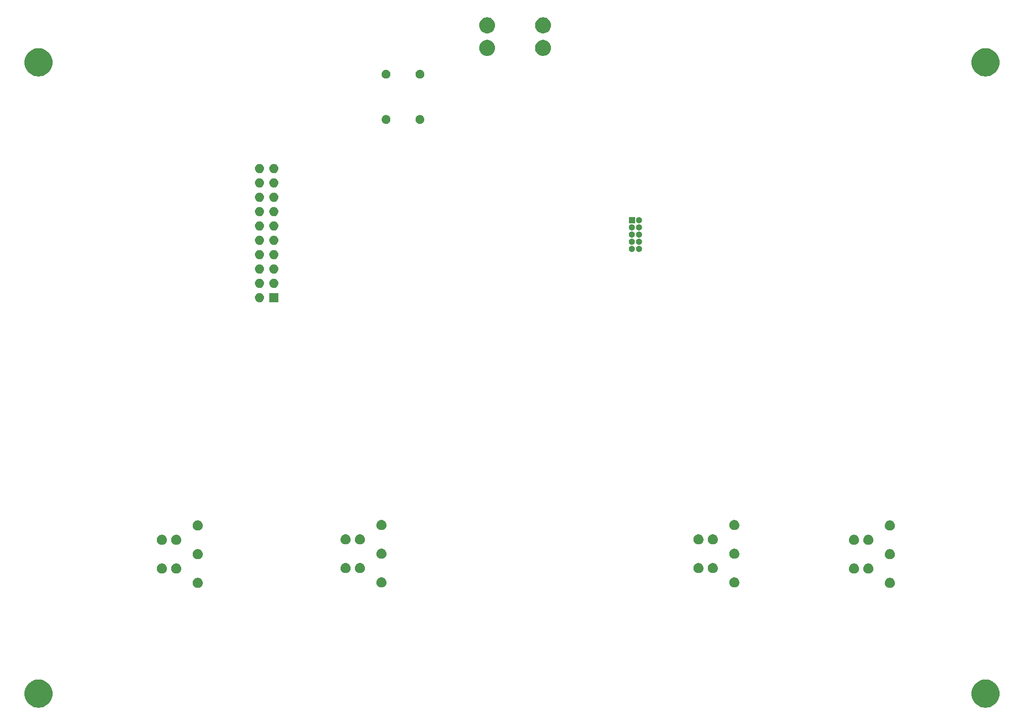
<source format=gbr>
%TF.GenerationSoftware,KiCad,Pcbnew,7.0.10*%
%TF.CreationDate,2024-01-21T00:45:49+00:00*%
%TF.ProjectId,buran,62757261-6e2e-46b6-9963-61645f706362,rev?*%
%TF.SameCoordinates,Original*%
%TF.FileFunction,Soldermask,Bot*%
%TF.FilePolarity,Negative*%
%FSLAX46Y46*%
G04 Gerber Fmt 4.6, Leading zero omitted, Abs format (unit mm)*
G04 Created by KiCad (PCBNEW 7.0.10) date 2024-01-21 00:45:49*
%MOMM*%
%LPD*%
G01*
G04 APERTURE LIST*
G04 APERTURE END LIST*
G36*
X41108453Y-139784282D02*
G01*
X41412542Y-139862359D01*
X41704448Y-139977932D01*
X41979567Y-140129180D01*
X42233560Y-140313717D01*
X42462422Y-140528632D01*
X42662542Y-140770537D01*
X42830767Y-141035616D01*
X42964441Y-141319689D01*
X43061458Y-141618275D01*
X43120287Y-141926667D01*
X43140000Y-142240000D01*
X43120287Y-142553333D01*
X43061458Y-142861725D01*
X42964441Y-143160311D01*
X42830767Y-143444384D01*
X42662542Y-143709463D01*
X42462422Y-143951368D01*
X42233560Y-144166283D01*
X41979567Y-144350820D01*
X41704448Y-144502068D01*
X41412542Y-144617641D01*
X41108453Y-144695718D01*
X40796976Y-144735067D01*
X40483024Y-144735067D01*
X40171547Y-144695718D01*
X39867458Y-144617641D01*
X39575552Y-144502068D01*
X39300433Y-144350820D01*
X39046440Y-144166283D01*
X38817578Y-143951368D01*
X38617458Y-143709463D01*
X38449233Y-143444384D01*
X38315559Y-143160311D01*
X38218542Y-142861725D01*
X38159713Y-142553333D01*
X38140000Y-142240000D01*
X38159713Y-141926667D01*
X38218542Y-141618275D01*
X38315559Y-141319689D01*
X38449233Y-141035616D01*
X38617458Y-140770537D01*
X38817578Y-140528632D01*
X39046440Y-140313717D01*
X39300433Y-140129180D01*
X39575552Y-139977932D01*
X39867458Y-139862359D01*
X40171547Y-139784282D01*
X40483024Y-139744933D01*
X40796976Y-139744933D01*
X41108453Y-139784282D01*
G37*
G36*
X208748453Y-139784282D02*
G01*
X209052542Y-139862359D01*
X209344448Y-139977932D01*
X209619567Y-140129180D01*
X209873560Y-140313717D01*
X210102422Y-140528632D01*
X210302542Y-140770537D01*
X210470767Y-141035616D01*
X210604441Y-141319689D01*
X210701458Y-141618275D01*
X210760287Y-141926667D01*
X210780000Y-142240000D01*
X210760287Y-142553333D01*
X210701458Y-142861725D01*
X210604441Y-143160311D01*
X210470767Y-143444384D01*
X210302542Y-143709463D01*
X210102422Y-143951368D01*
X209873560Y-144166283D01*
X209619567Y-144350820D01*
X209344448Y-144502068D01*
X209052542Y-144617641D01*
X208748453Y-144695718D01*
X208436976Y-144735067D01*
X208123024Y-144735067D01*
X207811547Y-144695718D01*
X207507458Y-144617641D01*
X207215552Y-144502068D01*
X206940433Y-144350820D01*
X206686440Y-144166283D01*
X206457578Y-143951368D01*
X206257458Y-143709463D01*
X206089233Y-143444384D01*
X205955559Y-143160311D01*
X205858542Y-142861725D01*
X205799713Y-142553333D01*
X205780000Y-142240000D01*
X205799713Y-141926667D01*
X205858542Y-141618275D01*
X205955559Y-141319689D01*
X206089233Y-141035616D01*
X206257458Y-140770537D01*
X206457578Y-140528632D01*
X206686440Y-140313717D01*
X206940433Y-140129180D01*
X207215552Y-139977932D01*
X207507458Y-139862359D01*
X207811547Y-139784282D01*
X208123024Y-139744933D01*
X208436976Y-139744933D01*
X208748453Y-139784282D01*
G37*
G36*
X68857113Y-121724930D02*
G01*
X68904076Y-121724930D01*
X68944622Y-121733548D01*
X68985526Y-121737577D01*
X69036916Y-121753166D01*
X69088115Y-121764049D01*
X69120879Y-121778636D01*
X69154304Y-121788776D01*
X69207420Y-121817166D01*
X69260000Y-121840577D01*
X69284445Y-121858337D01*
X69309849Y-121871916D01*
X69361669Y-121914444D01*
X69412218Y-121951170D01*
X69428631Y-121969398D01*
X69446190Y-121983809D01*
X69493379Y-122041308D01*
X69538115Y-122090993D01*
X69547512Y-122107269D01*
X69558083Y-122120150D01*
X69597183Y-122193302D01*
X69632191Y-122253937D01*
X69636218Y-122266331D01*
X69641223Y-122275695D01*
X69668821Y-122366672D01*
X69690333Y-122432879D01*
X69691090Y-122440082D01*
X69692422Y-122444473D01*
X69705377Y-122576021D01*
X69710000Y-122620000D01*
X69705377Y-122663982D01*
X69692422Y-122795526D01*
X69691090Y-122799916D01*
X69690333Y-122807121D01*
X69668816Y-122873341D01*
X69641223Y-122964304D01*
X69636219Y-122973665D01*
X69632191Y-122986063D01*
X69597176Y-123046709D01*
X69558083Y-123119849D01*
X69547514Y-123132726D01*
X69538115Y-123149007D01*
X69493369Y-123198701D01*
X69446190Y-123256190D01*
X69428634Y-123270597D01*
X69412218Y-123288830D01*
X69361659Y-123325563D01*
X69309849Y-123368083D01*
X69284450Y-123381658D01*
X69260000Y-123399423D01*
X69207408Y-123422838D01*
X69154304Y-123451223D01*
X69120886Y-123461360D01*
X69088115Y-123475951D01*
X69036905Y-123486836D01*
X68985526Y-123502422D01*
X68944631Y-123506449D01*
X68904076Y-123515070D01*
X68857103Y-123515070D01*
X68810000Y-123519709D01*
X68762897Y-123515070D01*
X68715924Y-123515070D01*
X68675368Y-123506449D01*
X68634473Y-123502422D01*
X68583091Y-123486835D01*
X68531885Y-123475951D01*
X68499115Y-123461361D01*
X68465695Y-123451223D01*
X68412585Y-123422835D01*
X68360000Y-123399423D01*
X68335552Y-123381660D01*
X68310150Y-123368083D01*
X68258332Y-123325556D01*
X68207782Y-123288830D01*
X68191368Y-123270600D01*
X68173809Y-123256190D01*
X68126618Y-123198688D01*
X68081885Y-123149007D01*
X68072487Y-123132730D01*
X68061916Y-123119849D01*
X68022810Y-123046686D01*
X67987809Y-122986063D01*
X67983782Y-122973670D01*
X67978776Y-122964304D01*
X67951168Y-122873294D01*
X67929667Y-122807121D01*
X67928910Y-122799921D01*
X67927577Y-122795526D01*
X67914606Y-122663831D01*
X67910000Y-122620000D01*
X67914606Y-122576172D01*
X67927577Y-122444473D01*
X67928910Y-122440077D01*
X67929667Y-122432879D01*
X67951163Y-122366719D01*
X67978776Y-122275695D01*
X67983783Y-122266327D01*
X67987809Y-122253937D01*
X68022802Y-122193326D01*
X68061916Y-122120150D01*
X68072489Y-122107265D01*
X68081885Y-122090993D01*
X68126609Y-122041321D01*
X68173809Y-121983809D01*
X68191371Y-121969395D01*
X68207782Y-121951170D01*
X68258321Y-121914450D01*
X68310150Y-121871916D01*
X68335557Y-121858335D01*
X68360000Y-121840577D01*
X68412573Y-121817169D01*
X68465695Y-121788776D01*
X68499122Y-121778635D01*
X68531885Y-121764049D01*
X68583080Y-121753166D01*
X68634473Y-121737577D01*
X68675377Y-121733548D01*
X68715924Y-121724930D01*
X68762887Y-121724930D01*
X68810000Y-121720290D01*
X68857113Y-121724930D01*
G37*
G36*
X191397113Y-121724930D02*
G01*
X191444076Y-121724930D01*
X191484622Y-121733548D01*
X191525526Y-121737577D01*
X191576916Y-121753166D01*
X191628115Y-121764049D01*
X191660879Y-121778636D01*
X191694304Y-121788776D01*
X191747420Y-121817166D01*
X191800000Y-121840577D01*
X191824445Y-121858337D01*
X191849849Y-121871916D01*
X191901669Y-121914444D01*
X191952218Y-121951170D01*
X191968631Y-121969398D01*
X191986190Y-121983809D01*
X192033379Y-122041308D01*
X192078115Y-122090993D01*
X192087512Y-122107269D01*
X192098083Y-122120150D01*
X192137183Y-122193302D01*
X192172191Y-122253937D01*
X192176218Y-122266331D01*
X192181223Y-122275695D01*
X192208821Y-122366672D01*
X192230333Y-122432879D01*
X192231090Y-122440082D01*
X192232422Y-122444473D01*
X192245377Y-122576021D01*
X192250000Y-122620000D01*
X192245377Y-122663982D01*
X192232422Y-122795526D01*
X192231090Y-122799916D01*
X192230333Y-122807121D01*
X192208816Y-122873341D01*
X192181223Y-122964304D01*
X192176219Y-122973665D01*
X192172191Y-122986063D01*
X192137176Y-123046709D01*
X192098083Y-123119849D01*
X192087514Y-123132726D01*
X192078115Y-123149007D01*
X192033369Y-123198701D01*
X191986190Y-123256190D01*
X191968634Y-123270597D01*
X191952218Y-123288830D01*
X191901659Y-123325563D01*
X191849849Y-123368083D01*
X191824450Y-123381658D01*
X191800000Y-123399423D01*
X191747408Y-123422838D01*
X191694304Y-123451223D01*
X191660886Y-123461360D01*
X191628115Y-123475951D01*
X191576905Y-123486836D01*
X191525526Y-123502422D01*
X191484631Y-123506449D01*
X191444076Y-123515070D01*
X191397103Y-123515070D01*
X191350000Y-123519709D01*
X191302897Y-123515070D01*
X191255924Y-123515070D01*
X191215368Y-123506449D01*
X191174473Y-123502422D01*
X191123091Y-123486835D01*
X191071885Y-123475951D01*
X191039115Y-123461361D01*
X191005695Y-123451223D01*
X190952585Y-123422835D01*
X190900000Y-123399423D01*
X190875552Y-123381660D01*
X190850150Y-123368083D01*
X190798332Y-123325556D01*
X190747782Y-123288830D01*
X190731368Y-123270600D01*
X190713809Y-123256190D01*
X190666618Y-123198688D01*
X190621885Y-123149007D01*
X190612487Y-123132730D01*
X190601916Y-123119849D01*
X190562810Y-123046686D01*
X190527809Y-122986063D01*
X190523782Y-122973670D01*
X190518776Y-122964304D01*
X190491168Y-122873294D01*
X190469667Y-122807121D01*
X190468910Y-122799921D01*
X190467577Y-122795526D01*
X190454606Y-122663831D01*
X190450000Y-122620000D01*
X190454606Y-122576172D01*
X190467577Y-122444473D01*
X190468910Y-122440077D01*
X190469667Y-122432879D01*
X190491163Y-122366719D01*
X190518776Y-122275695D01*
X190523783Y-122266327D01*
X190527809Y-122253937D01*
X190562802Y-122193326D01*
X190601916Y-122120150D01*
X190612489Y-122107265D01*
X190621885Y-122090993D01*
X190666609Y-122041321D01*
X190713809Y-121983809D01*
X190731371Y-121969395D01*
X190747782Y-121951170D01*
X190798321Y-121914450D01*
X190850150Y-121871916D01*
X190875557Y-121858335D01*
X190900000Y-121840577D01*
X190952573Y-121817169D01*
X191005695Y-121788776D01*
X191039122Y-121778635D01*
X191071885Y-121764049D01*
X191123080Y-121753166D01*
X191174473Y-121737577D01*
X191215377Y-121733548D01*
X191255924Y-121724930D01*
X191302887Y-121724930D01*
X191350000Y-121720290D01*
X191397113Y-121724930D01*
G37*
G36*
X101397113Y-121644930D02*
G01*
X101444076Y-121644930D01*
X101484622Y-121653548D01*
X101525526Y-121657577D01*
X101576916Y-121673166D01*
X101628115Y-121684049D01*
X101660879Y-121698636D01*
X101694304Y-121708776D01*
X101747420Y-121737166D01*
X101800000Y-121760577D01*
X101824445Y-121778337D01*
X101849849Y-121791916D01*
X101901669Y-121834444D01*
X101952218Y-121871170D01*
X101968631Y-121889398D01*
X101986190Y-121903809D01*
X102033379Y-121961308D01*
X102078115Y-122010993D01*
X102087512Y-122027269D01*
X102098083Y-122040150D01*
X102137183Y-122113302D01*
X102172191Y-122173937D01*
X102176218Y-122186331D01*
X102181223Y-122195695D01*
X102208821Y-122286672D01*
X102230333Y-122352879D01*
X102231090Y-122360082D01*
X102232422Y-122364473D01*
X102245377Y-122496021D01*
X102250000Y-122540000D01*
X102245377Y-122583982D01*
X102232422Y-122715526D01*
X102231090Y-122719916D01*
X102230333Y-122727121D01*
X102208816Y-122793341D01*
X102181223Y-122884304D01*
X102176219Y-122893665D01*
X102172191Y-122906063D01*
X102137176Y-122966709D01*
X102098083Y-123039849D01*
X102087514Y-123052726D01*
X102078115Y-123069007D01*
X102033369Y-123118701D01*
X101986190Y-123176190D01*
X101968634Y-123190597D01*
X101952218Y-123208830D01*
X101901659Y-123245563D01*
X101849849Y-123288083D01*
X101824450Y-123301658D01*
X101800000Y-123319423D01*
X101747408Y-123342838D01*
X101694304Y-123371223D01*
X101660886Y-123381360D01*
X101628115Y-123395951D01*
X101576905Y-123406836D01*
X101525526Y-123422422D01*
X101484631Y-123426449D01*
X101444076Y-123435070D01*
X101397103Y-123435070D01*
X101350000Y-123439709D01*
X101302897Y-123435070D01*
X101255924Y-123435070D01*
X101215368Y-123426449D01*
X101174473Y-123422422D01*
X101123091Y-123406835D01*
X101071885Y-123395951D01*
X101039115Y-123381361D01*
X101005695Y-123371223D01*
X100952585Y-123342835D01*
X100900000Y-123319423D01*
X100875552Y-123301660D01*
X100850150Y-123288083D01*
X100798332Y-123245556D01*
X100747782Y-123208830D01*
X100731368Y-123190600D01*
X100713809Y-123176190D01*
X100666618Y-123118688D01*
X100621885Y-123069007D01*
X100612487Y-123052730D01*
X100601916Y-123039849D01*
X100562810Y-122966686D01*
X100527809Y-122906063D01*
X100523782Y-122893670D01*
X100518776Y-122884304D01*
X100491168Y-122793294D01*
X100469667Y-122727121D01*
X100468910Y-122719921D01*
X100467577Y-122715526D01*
X100454606Y-122583831D01*
X100450000Y-122540000D01*
X100454606Y-122496172D01*
X100467577Y-122364473D01*
X100468910Y-122360077D01*
X100469667Y-122352879D01*
X100491163Y-122286719D01*
X100518776Y-122195695D01*
X100523783Y-122186327D01*
X100527809Y-122173937D01*
X100562802Y-122113326D01*
X100601916Y-122040150D01*
X100612489Y-122027265D01*
X100621885Y-122010993D01*
X100666609Y-121961321D01*
X100713809Y-121903809D01*
X100731371Y-121889395D01*
X100747782Y-121871170D01*
X100798321Y-121834450D01*
X100850150Y-121791916D01*
X100875557Y-121778335D01*
X100900000Y-121760577D01*
X100952573Y-121737169D01*
X101005695Y-121708776D01*
X101039122Y-121698635D01*
X101071885Y-121684049D01*
X101123080Y-121673166D01*
X101174473Y-121657577D01*
X101215377Y-121653548D01*
X101255924Y-121644930D01*
X101302887Y-121644930D01*
X101350000Y-121640290D01*
X101397113Y-121644930D01*
G37*
G36*
X163857113Y-121644930D02*
G01*
X163904076Y-121644930D01*
X163944622Y-121653548D01*
X163985526Y-121657577D01*
X164036916Y-121673166D01*
X164088115Y-121684049D01*
X164120879Y-121698636D01*
X164154304Y-121708776D01*
X164207420Y-121737166D01*
X164260000Y-121760577D01*
X164284445Y-121778337D01*
X164309849Y-121791916D01*
X164361669Y-121834444D01*
X164412218Y-121871170D01*
X164428631Y-121889398D01*
X164446190Y-121903809D01*
X164493379Y-121961308D01*
X164538115Y-122010993D01*
X164547512Y-122027269D01*
X164558083Y-122040150D01*
X164597183Y-122113302D01*
X164632191Y-122173937D01*
X164636218Y-122186331D01*
X164641223Y-122195695D01*
X164668821Y-122286672D01*
X164690333Y-122352879D01*
X164691090Y-122360082D01*
X164692422Y-122364473D01*
X164705377Y-122496021D01*
X164710000Y-122540000D01*
X164705377Y-122583982D01*
X164692422Y-122715526D01*
X164691090Y-122719916D01*
X164690333Y-122727121D01*
X164668816Y-122793341D01*
X164641223Y-122884304D01*
X164636219Y-122893665D01*
X164632191Y-122906063D01*
X164597176Y-122966709D01*
X164558083Y-123039849D01*
X164547514Y-123052726D01*
X164538115Y-123069007D01*
X164493369Y-123118701D01*
X164446190Y-123176190D01*
X164428634Y-123190597D01*
X164412218Y-123208830D01*
X164361659Y-123245563D01*
X164309849Y-123288083D01*
X164284450Y-123301658D01*
X164260000Y-123319423D01*
X164207408Y-123342838D01*
X164154304Y-123371223D01*
X164120886Y-123381360D01*
X164088115Y-123395951D01*
X164036905Y-123406836D01*
X163985526Y-123422422D01*
X163944631Y-123426449D01*
X163904076Y-123435070D01*
X163857103Y-123435070D01*
X163810000Y-123439709D01*
X163762897Y-123435070D01*
X163715924Y-123435070D01*
X163675368Y-123426449D01*
X163634473Y-123422422D01*
X163583091Y-123406835D01*
X163531885Y-123395951D01*
X163499115Y-123381361D01*
X163465695Y-123371223D01*
X163412585Y-123342835D01*
X163360000Y-123319423D01*
X163335552Y-123301660D01*
X163310150Y-123288083D01*
X163258332Y-123245556D01*
X163207782Y-123208830D01*
X163191368Y-123190600D01*
X163173809Y-123176190D01*
X163126618Y-123118688D01*
X163081885Y-123069007D01*
X163072487Y-123052730D01*
X163061916Y-123039849D01*
X163022810Y-122966686D01*
X162987809Y-122906063D01*
X162983782Y-122893670D01*
X162978776Y-122884304D01*
X162951168Y-122793294D01*
X162929667Y-122727121D01*
X162928910Y-122719921D01*
X162927577Y-122715526D01*
X162914606Y-122583831D01*
X162910000Y-122540000D01*
X162914606Y-122496172D01*
X162927577Y-122364473D01*
X162928910Y-122360077D01*
X162929667Y-122352879D01*
X162951163Y-122286719D01*
X162978776Y-122195695D01*
X162983783Y-122186327D01*
X162987809Y-122173937D01*
X163022802Y-122113326D01*
X163061916Y-122040150D01*
X163072489Y-122027265D01*
X163081885Y-122010993D01*
X163126609Y-121961321D01*
X163173809Y-121903809D01*
X163191371Y-121889395D01*
X163207782Y-121871170D01*
X163258321Y-121834450D01*
X163310150Y-121791916D01*
X163335557Y-121778335D01*
X163360000Y-121760577D01*
X163412573Y-121737169D01*
X163465695Y-121708776D01*
X163499122Y-121698635D01*
X163531885Y-121684049D01*
X163583080Y-121673166D01*
X163634473Y-121657577D01*
X163675377Y-121653548D01*
X163715924Y-121644930D01*
X163762887Y-121644930D01*
X163810000Y-121640290D01*
X163857113Y-121644930D01*
G37*
G36*
X62507113Y-119184930D02*
G01*
X62554076Y-119184930D01*
X62594622Y-119193548D01*
X62635526Y-119197577D01*
X62686916Y-119213166D01*
X62738115Y-119224049D01*
X62770879Y-119238636D01*
X62804304Y-119248776D01*
X62857420Y-119277166D01*
X62910000Y-119300577D01*
X62934445Y-119318337D01*
X62959849Y-119331916D01*
X63011669Y-119374444D01*
X63062218Y-119411170D01*
X63078631Y-119429398D01*
X63096190Y-119443809D01*
X63143379Y-119501308D01*
X63188115Y-119550993D01*
X63197512Y-119567269D01*
X63208083Y-119580150D01*
X63247183Y-119653302D01*
X63282191Y-119713937D01*
X63286218Y-119726331D01*
X63291223Y-119735695D01*
X63318821Y-119826672D01*
X63340333Y-119892879D01*
X63341090Y-119900082D01*
X63342422Y-119904473D01*
X63355377Y-120036021D01*
X63360000Y-120080000D01*
X63355377Y-120123982D01*
X63342422Y-120255526D01*
X63341090Y-120259916D01*
X63340333Y-120267121D01*
X63318816Y-120333341D01*
X63291223Y-120424304D01*
X63286219Y-120433665D01*
X63282191Y-120446063D01*
X63247176Y-120506709D01*
X63208083Y-120579849D01*
X63197514Y-120592726D01*
X63188115Y-120609007D01*
X63143369Y-120658701D01*
X63096190Y-120716190D01*
X63078634Y-120730597D01*
X63062218Y-120748830D01*
X63011659Y-120785563D01*
X62959849Y-120828083D01*
X62934450Y-120841658D01*
X62910000Y-120859423D01*
X62857408Y-120882838D01*
X62804304Y-120911223D01*
X62770886Y-120921360D01*
X62738115Y-120935951D01*
X62686905Y-120946836D01*
X62635526Y-120962422D01*
X62594631Y-120966449D01*
X62554076Y-120975070D01*
X62507103Y-120975070D01*
X62460000Y-120979709D01*
X62412897Y-120975070D01*
X62365924Y-120975070D01*
X62325368Y-120966449D01*
X62284473Y-120962422D01*
X62233091Y-120946835D01*
X62181885Y-120935951D01*
X62149115Y-120921361D01*
X62115695Y-120911223D01*
X62062585Y-120882835D01*
X62010000Y-120859423D01*
X61985552Y-120841660D01*
X61960150Y-120828083D01*
X61908332Y-120785556D01*
X61857782Y-120748830D01*
X61841368Y-120730600D01*
X61823809Y-120716190D01*
X61776618Y-120658688D01*
X61731885Y-120609007D01*
X61722487Y-120592730D01*
X61711916Y-120579849D01*
X61672810Y-120506686D01*
X61637809Y-120446063D01*
X61633782Y-120433670D01*
X61628776Y-120424304D01*
X61601168Y-120333294D01*
X61579667Y-120267121D01*
X61578910Y-120259921D01*
X61577577Y-120255526D01*
X61564606Y-120123831D01*
X61560000Y-120080000D01*
X61564606Y-120036172D01*
X61577577Y-119904473D01*
X61578910Y-119900077D01*
X61579667Y-119892879D01*
X61601163Y-119826719D01*
X61628776Y-119735695D01*
X61633783Y-119726327D01*
X61637809Y-119713937D01*
X61672802Y-119653326D01*
X61711916Y-119580150D01*
X61722489Y-119567265D01*
X61731885Y-119550993D01*
X61776609Y-119501321D01*
X61823809Y-119443809D01*
X61841371Y-119429395D01*
X61857782Y-119411170D01*
X61908321Y-119374450D01*
X61960150Y-119331916D01*
X61985557Y-119318335D01*
X62010000Y-119300577D01*
X62062573Y-119277169D01*
X62115695Y-119248776D01*
X62149122Y-119238635D01*
X62181885Y-119224049D01*
X62233080Y-119213166D01*
X62284473Y-119197577D01*
X62325377Y-119193548D01*
X62365924Y-119184930D01*
X62412887Y-119184930D01*
X62460000Y-119180290D01*
X62507113Y-119184930D01*
G37*
G36*
X65047113Y-119184930D02*
G01*
X65094076Y-119184930D01*
X65134622Y-119193548D01*
X65175526Y-119197577D01*
X65226916Y-119213166D01*
X65278115Y-119224049D01*
X65310879Y-119238636D01*
X65344304Y-119248776D01*
X65397420Y-119277166D01*
X65450000Y-119300577D01*
X65474445Y-119318337D01*
X65499849Y-119331916D01*
X65551669Y-119374444D01*
X65602218Y-119411170D01*
X65618631Y-119429398D01*
X65636190Y-119443809D01*
X65683379Y-119501308D01*
X65728115Y-119550993D01*
X65737512Y-119567269D01*
X65748083Y-119580150D01*
X65787183Y-119653302D01*
X65822191Y-119713937D01*
X65826218Y-119726331D01*
X65831223Y-119735695D01*
X65858821Y-119826672D01*
X65880333Y-119892879D01*
X65881090Y-119900082D01*
X65882422Y-119904473D01*
X65895377Y-120036021D01*
X65900000Y-120080000D01*
X65895377Y-120123982D01*
X65882422Y-120255526D01*
X65881090Y-120259916D01*
X65880333Y-120267121D01*
X65858816Y-120333341D01*
X65831223Y-120424304D01*
X65826219Y-120433665D01*
X65822191Y-120446063D01*
X65787176Y-120506709D01*
X65748083Y-120579849D01*
X65737514Y-120592726D01*
X65728115Y-120609007D01*
X65683369Y-120658701D01*
X65636190Y-120716190D01*
X65618634Y-120730597D01*
X65602218Y-120748830D01*
X65551659Y-120785563D01*
X65499849Y-120828083D01*
X65474450Y-120841658D01*
X65450000Y-120859423D01*
X65397408Y-120882838D01*
X65344304Y-120911223D01*
X65310886Y-120921360D01*
X65278115Y-120935951D01*
X65226905Y-120946836D01*
X65175526Y-120962422D01*
X65134631Y-120966449D01*
X65094076Y-120975070D01*
X65047103Y-120975070D01*
X65000000Y-120979709D01*
X64952897Y-120975070D01*
X64905924Y-120975070D01*
X64865368Y-120966449D01*
X64824473Y-120962422D01*
X64773091Y-120946835D01*
X64721885Y-120935951D01*
X64689115Y-120921361D01*
X64655695Y-120911223D01*
X64602585Y-120882835D01*
X64550000Y-120859423D01*
X64525552Y-120841660D01*
X64500150Y-120828083D01*
X64448332Y-120785556D01*
X64397782Y-120748830D01*
X64381368Y-120730600D01*
X64363809Y-120716190D01*
X64316618Y-120658688D01*
X64271885Y-120609007D01*
X64262487Y-120592730D01*
X64251916Y-120579849D01*
X64212810Y-120506686D01*
X64177809Y-120446063D01*
X64173782Y-120433670D01*
X64168776Y-120424304D01*
X64141168Y-120333294D01*
X64119667Y-120267121D01*
X64118910Y-120259921D01*
X64117577Y-120255526D01*
X64104606Y-120123831D01*
X64100000Y-120080000D01*
X64104606Y-120036172D01*
X64117577Y-119904473D01*
X64118910Y-119900077D01*
X64119667Y-119892879D01*
X64141163Y-119826719D01*
X64168776Y-119735695D01*
X64173783Y-119726327D01*
X64177809Y-119713937D01*
X64212802Y-119653326D01*
X64251916Y-119580150D01*
X64262489Y-119567265D01*
X64271885Y-119550993D01*
X64316609Y-119501321D01*
X64363809Y-119443809D01*
X64381371Y-119429395D01*
X64397782Y-119411170D01*
X64448321Y-119374450D01*
X64500150Y-119331916D01*
X64525557Y-119318335D01*
X64550000Y-119300577D01*
X64602573Y-119277169D01*
X64655695Y-119248776D01*
X64689122Y-119238635D01*
X64721885Y-119224049D01*
X64773080Y-119213166D01*
X64824473Y-119197577D01*
X64865377Y-119193548D01*
X64905924Y-119184930D01*
X64952887Y-119184930D01*
X65000000Y-119180290D01*
X65047113Y-119184930D01*
G37*
G36*
X185047113Y-119184930D02*
G01*
X185094076Y-119184930D01*
X185134622Y-119193548D01*
X185175526Y-119197577D01*
X185226916Y-119213166D01*
X185278115Y-119224049D01*
X185310879Y-119238636D01*
X185344304Y-119248776D01*
X185397420Y-119277166D01*
X185450000Y-119300577D01*
X185474445Y-119318337D01*
X185499849Y-119331916D01*
X185551669Y-119374444D01*
X185602218Y-119411170D01*
X185618631Y-119429398D01*
X185636190Y-119443809D01*
X185683379Y-119501308D01*
X185728115Y-119550993D01*
X185737512Y-119567269D01*
X185748083Y-119580150D01*
X185787183Y-119653302D01*
X185822191Y-119713937D01*
X185826218Y-119726331D01*
X185831223Y-119735695D01*
X185858821Y-119826672D01*
X185880333Y-119892879D01*
X185881090Y-119900082D01*
X185882422Y-119904473D01*
X185895377Y-120036021D01*
X185900000Y-120080000D01*
X185895377Y-120123982D01*
X185882422Y-120255526D01*
X185881090Y-120259916D01*
X185880333Y-120267121D01*
X185858816Y-120333341D01*
X185831223Y-120424304D01*
X185826219Y-120433665D01*
X185822191Y-120446063D01*
X185787176Y-120506709D01*
X185748083Y-120579849D01*
X185737514Y-120592726D01*
X185728115Y-120609007D01*
X185683369Y-120658701D01*
X185636190Y-120716190D01*
X185618634Y-120730597D01*
X185602218Y-120748830D01*
X185551659Y-120785563D01*
X185499849Y-120828083D01*
X185474450Y-120841658D01*
X185450000Y-120859423D01*
X185397408Y-120882838D01*
X185344304Y-120911223D01*
X185310886Y-120921360D01*
X185278115Y-120935951D01*
X185226905Y-120946836D01*
X185175526Y-120962422D01*
X185134631Y-120966449D01*
X185094076Y-120975070D01*
X185047103Y-120975070D01*
X185000000Y-120979709D01*
X184952897Y-120975070D01*
X184905924Y-120975070D01*
X184865368Y-120966449D01*
X184824473Y-120962422D01*
X184773091Y-120946835D01*
X184721885Y-120935951D01*
X184689115Y-120921361D01*
X184655695Y-120911223D01*
X184602585Y-120882835D01*
X184550000Y-120859423D01*
X184525552Y-120841660D01*
X184500150Y-120828083D01*
X184448332Y-120785556D01*
X184397782Y-120748830D01*
X184381368Y-120730600D01*
X184363809Y-120716190D01*
X184316618Y-120658688D01*
X184271885Y-120609007D01*
X184262487Y-120592730D01*
X184251916Y-120579849D01*
X184212810Y-120506686D01*
X184177809Y-120446063D01*
X184173782Y-120433670D01*
X184168776Y-120424304D01*
X184141168Y-120333294D01*
X184119667Y-120267121D01*
X184118910Y-120259921D01*
X184117577Y-120255526D01*
X184104606Y-120123831D01*
X184100000Y-120080000D01*
X184104606Y-120036172D01*
X184117577Y-119904473D01*
X184118910Y-119900077D01*
X184119667Y-119892879D01*
X184141163Y-119826719D01*
X184168776Y-119735695D01*
X184173783Y-119726327D01*
X184177809Y-119713937D01*
X184212802Y-119653326D01*
X184251916Y-119580150D01*
X184262489Y-119567265D01*
X184271885Y-119550993D01*
X184316609Y-119501321D01*
X184363809Y-119443809D01*
X184381371Y-119429395D01*
X184397782Y-119411170D01*
X184448321Y-119374450D01*
X184500150Y-119331916D01*
X184525557Y-119318335D01*
X184550000Y-119300577D01*
X184602573Y-119277169D01*
X184655695Y-119248776D01*
X184689122Y-119238635D01*
X184721885Y-119224049D01*
X184773080Y-119213166D01*
X184824473Y-119197577D01*
X184865377Y-119193548D01*
X184905924Y-119184930D01*
X184952887Y-119184930D01*
X185000000Y-119180290D01*
X185047113Y-119184930D01*
G37*
G36*
X187587113Y-119184930D02*
G01*
X187634076Y-119184930D01*
X187674622Y-119193548D01*
X187715526Y-119197577D01*
X187766916Y-119213166D01*
X187818115Y-119224049D01*
X187850879Y-119238636D01*
X187884304Y-119248776D01*
X187937420Y-119277166D01*
X187990000Y-119300577D01*
X188014445Y-119318337D01*
X188039849Y-119331916D01*
X188091669Y-119374444D01*
X188142218Y-119411170D01*
X188158631Y-119429398D01*
X188176190Y-119443809D01*
X188223379Y-119501308D01*
X188268115Y-119550993D01*
X188277512Y-119567269D01*
X188288083Y-119580150D01*
X188327183Y-119653302D01*
X188362191Y-119713937D01*
X188366218Y-119726331D01*
X188371223Y-119735695D01*
X188398821Y-119826672D01*
X188420333Y-119892879D01*
X188421090Y-119900082D01*
X188422422Y-119904473D01*
X188435377Y-120036021D01*
X188440000Y-120080000D01*
X188435377Y-120123982D01*
X188422422Y-120255526D01*
X188421090Y-120259916D01*
X188420333Y-120267121D01*
X188398816Y-120333341D01*
X188371223Y-120424304D01*
X188366219Y-120433665D01*
X188362191Y-120446063D01*
X188327176Y-120506709D01*
X188288083Y-120579849D01*
X188277514Y-120592726D01*
X188268115Y-120609007D01*
X188223369Y-120658701D01*
X188176190Y-120716190D01*
X188158634Y-120730597D01*
X188142218Y-120748830D01*
X188091659Y-120785563D01*
X188039849Y-120828083D01*
X188014450Y-120841658D01*
X187990000Y-120859423D01*
X187937408Y-120882838D01*
X187884304Y-120911223D01*
X187850886Y-120921360D01*
X187818115Y-120935951D01*
X187766905Y-120946836D01*
X187715526Y-120962422D01*
X187674631Y-120966449D01*
X187634076Y-120975070D01*
X187587103Y-120975070D01*
X187540000Y-120979709D01*
X187492897Y-120975070D01*
X187445924Y-120975070D01*
X187405368Y-120966449D01*
X187364473Y-120962422D01*
X187313091Y-120946835D01*
X187261885Y-120935951D01*
X187229115Y-120921361D01*
X187195695Y-120911223D01*
X187142585Y-120882835D01*
X187090000Y-120859423D01*
X187065552Y-120841660D01*
X187040150Y-120828083D01*
X186988332Y-120785556D01*
X186937782Y-120748830D01*
X186921368Y-120730600D01*
X186903809Y-120716190D01*
X186856618Y-120658688D01*
X186811885Y-120609007D01*
X186802487Y-120592730D01*
X186791916Y-120579849D01*
X186752810Y-120506686D01*
X186717809Y-120446063D01*
X186713782Y-120433670D01*
X186708776Y-120424304D01*
X186681168Y-120333294D01*
X186659667Y-120267121D01*
X186658910Y-120259921D01*
X186657577Y-120255526D01*
X186644606Y-120123831D01*
X186640000Y-120080000D01*
X186644606Y-120036172D01*
X186657577Y-119904473D01*
X186658910Y-119900077D01*
X186659667Y-119892879D01*
X186681163Y-119826719D01*
X186708776Y-119735695D01*
X186713783Y-119726327D01*
X186717809Y-119713937D01*
X186752802Y-119653326D01*
X186791916Y-119580150D01*
X186802489Y-119567265D01*
X186811885Y-119550993D01*
X186856609Y-119501321D01*
X186903809Y-119443809D01*
X186921371Y-119429395D01*
X186937782Y-119411170D01*
X186988321Y-119374450D01*
X187040150Y-119331916D01*
X187065557Y-119318335D01*
X187090000Y-119300577D01*
X187142573Y-119277169D01*
X187195695Y-119248776D01*
X187229122Y-119238635D01*
X187261885Y-119224049D01*
X187313080Y-119213166D01*
X187364473Y-119197577D01*
X187405377Y-119193548D01*
X187445924Y-119184930D01*
X187492887Y-119184930D01*
X187540000Y-119180290D01*
X187587113Y-119184930D01*
G37*
G36*
X95047113Y-119104930D02*
G01*
X95094076Y-119104930D01*
X95134622Y-119113548D01*
X95175526Y-119117577D01*
X95226916Y-119133166D01*
X95278115Y-119144049D01*
X95310879Y-119158636D01*
X95344304Y-119168776D01*
X95397420Y-119197166D01*
X95450000Y-119220577D01*
X95474445Y-119238337D01*
X95499849Y-119251916D01*
X95551669Y-119294444D01*
X95602218Y-119331170D01*
X95618631Y-119349398D01*
X95636190Y-119363809D01*
X95683379Y-119421308D01*
X95728115Y-119470993D01*
X95737512Y-119487269D01*
X95748083Y-119500150D01*
X95787183Y-119573302D01*
X95822191Y-119633937D01*
X95826218Y-119646331D01*
X95831223Y-119655695D01*
X95858821Y-119746672D01*
X95880333Y-119812879D01*
X95881090Y-119820082D01*
X95882422Y-119824473D01*
X95895377Y-119956021D01*
X95900000Y-120000000D01*
X95895377Y-120043982D01*
X95882422Y-120175526D01*
X95881090Y-120179916D01*
X95880333Y-120187121D01*
X95858816Y-120253341D01*
X95831223Y-120344304D01*
X95826219Y-120353665D01*
X95822191Y-120366063D01*
X95787176Y-120426709D01*
X95748083Y-120499849D01*
X95737514Y-120512726D01*
X95728115Y-120529007D01*
X95683369Y-120578701D01*
X95636190Y-120636190D01*
X95618634Y-120650597D01*
X95602218Y-120668830D01*
X95551659Y-120705563D01*
X95499849Y-120748083D01*
X95474450Y-120761658D01*
X95450000Y-120779423D01*
X95397408Y-120802838D01*
X95344304Y-120831223D01*
X95310886Y-120841360D01*
X95278115Y-120855951D01*
X95226905Y-120866836D01*
X95175526Y-120882422D01*
X95134631Y-120886449D01*
X95094076Y-120895070D01*
X95047103Y-120895070D01*
X95000000Y-120899709D01*
X94952897Y-120895070D01*
X94905924Y-120895070D01*
X94865368Y-120886449D01*
X94824473Y-120882422D01*
X94773091Y-120866835D01*
X94721885Y-120855951D01*
X94689115Y-120841361D01*
X94655695Y-120831223D01*
X94602585Y-120802835D01*
X94550000Y-120779423D01*
X94525552Y-120761660D01*
X94500150Y-120748083D01*
X94448332Y-120705556D01*
X94397782Y-120668830D01*
X94381368Y-120650600D01*
X94363809Y-120636190D01*
X94316618Y-120578688D01*
X94271885Y-120529007D01*
X94262487Y-120512730D01*
X94251916Y-120499849D01*
X94212810Y-120426686D01*
X94177809Y-120366063D01*
X94173782Y-120353670D01*
X94168776Y-120344304D01*
X94141168Y-120253294D01*
X94119667Y-120187121D01*
X94118910Y-120179921D01*
X94117577Y-120175526D01*
X94104606Y-120043831D01*
X94100000Y-120000000D01*
X94104606Y-119956172D01*
X94117577Y-119824473D01*
X94118910Y-119820077D01*
X94119667Y-119812879D01*
X94141163Y-119746719D01*
X94168776Y-119655695D01*
X94173783Y-119646327D01*
X94177809Y-119633937D01*
X94212802Y-119573326D01*
X94251916Y-119500150D01*
X94262489Y-119487265D01*
X94271885Y-119470993D01*
X94316609Y-119421321D01*
X94363809Y-119363809D01*
X94381371Y-119349395D01*
X94397782Y-119331170D01*
X94448321Y-119294450D01*
X94500150Y-119251916D01*
X94525557Y-119238335D01*
X94550000Y-119220577D01*
X94602573Y-119197169D01*
X94655695Y-119168776D01*
X94689122Y-119158635D01*
X94721885Y-119144049D01*
X94773080Y-119133166D01*
X94824473Y-119117577D01*
X94865377Y-119113548D01*
X94905924Y-119104930D01*
X94952887Y-119104930D01*
X95000000Y-119100290D01*
X95047113Y-119104930D01*
G37*
G36*
X97587113Y-119104930D02*
G01*
X97634076Y-119104930D01*
X97674622Y-119113548D01*
X97715526Y-119117577D01*
X97766916Y-119133166D01*
X97818115Y-119144049D01*
X97850879Y-119158636D01*
X97884304Y-119168776D01*
X97937420Y-119197166D01*
X97990000Y-119220577D01*
X98014445Y-119238337D01*
X98039849Y-119251916D01*
X98091669Y-119294444D01*
X98142218Y-119331170D01*
X98158631Y-119349398D01*
X98176190Y-119363809D01*
X98223379Y-119421308D01*
X98268115Y-119470993D01*
X98277512Y-119487269D01*
X98288083Y-119500150D01*
X98327183Y-119573302D01*
X98362191Y-119633937D01*
X98366218Y-119646331D01*
X98371223Y-119655695D01*
X98398821Y-119746672D01*
X98420333Y-119812879D01*
X98421090Y-119820082D01*
X98422422Y-119824473D01*
X98435377Y-119956021D01*
X98440000Y-120000000D01*
X98435377Y-120043982D01*
X98422422Y-120175526D01*
X98421090Y-120179916D01*
X98420333Y-120187121D01*
X98398816Y-120253341D01*
X98371223Y-120344304D01*
X98366219Y-120353665D01*
X98362191Y-120366063D01*
X98327176Y-120426709D01*
X98288083Y-120499849D01*
X98277514Y-120512726D01*
X98268115Y-120529007D01*
X98223369Y-120578701D01*
X98176190Y-120636190D01*
X98158634Y-120650597D01*
X98142218Y-120668830D01*
X98091659Y-120705563D01*
X98039849Y-120748083D01*
X98014450Y-120761658D01*
X97990000Y-120779423D01*
X97937408Y-120802838D01*
X97884304Y-120831223D01*
X97850886Y-120841360D01*
X97818115Y-120855951D01*
X97766905Y-120866836D01*
X97715526Y-120882422D01*
X97674631Y-120886449D01*
X97634076Y-120895070D01*
X97587103Y-120895070D01*
X97540000Y-120899709D01*
X97492897Y-120895070D01*
X97445924Y-120895070D01*
X97405368Y-120886449D01*
X97364473Y-120882422D01*
X97313091Y-120866835D01*
X97261885Y-120855951D01*
X97229115Y-120841361D01*
X97195695Y-120831223D01*
X97142585Y-120802835D01*
X97090000Y-120779423D01*
X97065552Y-120761660D01*
X97040150Y-120748083D01*
X96988332Y-120705556D01*
X96937782Y-120668830D01*
X96921368Y-120650600D01*
X96903809Y-120636190D01*
X96856618Y-120578688D01*
X96811885Y-120529007D01*
X96802487Y-120512730D01*
X96791916Y-120499849D01*
X96752810Y-120426686D01*
X96717809Y-120366063D01*
X96713782Y-120353670D01*
X96708776Y-120344304D01*
X96681168Y-120253294D01*
X96659667Y-120187121D01*
X96658910Y-120179921D01*
X96657577Y-120175526D01*
X96644606Y-120043831D01*
X96640000Y-120000000D01*
X96644606Y-119956172D01*
X96657577Y-119824473D01*
X96658910Y-119820077D01*
X96659667Y-119812879D01*
X96681163Y-119746719D01*
X96708776Y-119655695D01*
X96713783Y-119646327D01*
X96717809Y-119633937D01*
X96752802Y-119573326D01*
X96791916Y-119500150D01*
X96802489Y-119487265D01*
X96811885Y-119470993D01*
X96856609Y-119421321D01*
X96903809Y-119363809D01*
X96921371Y-119349395D01*
X96937782Y-119331170D01*
X96988321Y-119294450D01*
X97040150Y-119251916D01*
X97065557Y-119238335D01*
X97090000Y-119220577D01*
X97142573Y-119197169D01*
X97195695Y-119168776D01*
X97229122Y-119158635D01*
X97261885Y-119144049D01*
X97313080Y-119133166D01*
X97364473Y-119117577D01*
X97405377Y-119113548D01*
X97445924Y-119104930D01*
X97492887Y-119104930D01*
X97540000Y-119100290D01*
X97587113Y-119104930D01*
G37*
G36*
X157507113Y-119104930D02*
G01*
X157554076Y-119104930D01*
X157594622Y-119113548D01*
X157635526Y-119117577D01*
X157686916Y-119133166D01*
X157738115Y-119144049D01*
X157770879Y-119158636D01*
X157804304Y-119168776D01*
X157857420Y-119197166D01*
X157910000Y-119220577D01*
X157934445Y-119238337D01*
X157959849Y-119251916D01*
X158011669Y-119294444D01*
X158062218Y-119331170D01*
X158078631Y-119349398D01*
X158096190Y-119363809D01*
X158143379Y-119421308D01*
X158188115Y-119470993D01*
X158197512Y-119487269D01*
X158208083Y-119500150D01*
X158247183Y-119573302D01*
X158282191Y-119633937D01*
X158286218Y-119646331D01*
X158291223Y-119655695D01*
X158318821Y-119746672D01*
X158340333Y-119812879D01*
X158341090Y-119820082D01*
X158342422Y-119824473D01*
X158355377Y-119956021D01*
X158360000Y-120000000D01*
X158355377Y-120043982D01*
X158342422Y-120175526D01*
X158341090Y-120179916D01*
X158340333Y-120187121D01*
X158318816Y-120253341D01*
X158291223Y-120344304D01*
X158286219Y-120353665D01*
X158282191Y-120366063D01*
X158247176Y-120426709D01*
X158208083Y-120499849D01*
X158197514Y-120512726D01*
X158188115Y-120529007D01*
X158143369Y-120578701D01*
X158096190Y-120636190D01*
X158078634Y-120650597D01*
X158062218Y-120668830D01*
X158011659Y-120705563D01*
X157959849Y-120748083D01*
X157934450Y-120761658D01*
X157910000Y-120779423D01*
X157857408Y-120802838D01*
X157804304Y-120831223D01*
X157770886Y-120841360D01*
X157738115Y-120855951D01*
X157686905Y-120866836D01*
X157635526Y-120882422D01*
X157594631Y-120886449D01*
X157554076Y-120895070D01*
X157507103Y-120895070D01*
X157460000Y-120899709D01*
X157412897Y-120895070D01*
X157365924Y-120895070D01*
X157325368Y-120886449D01*
X157284473Y-120882422D01*
X157233091Y-120866835D01*
X157181885Y-120855951D01*
X157149115Y-120841361D01*
X157115695Y-120831223D01*
X157062585Y-120802835D01*
X157010000Y-120779423D01*
X156985552Y-120761660D01*
X156960150Y-120748083D01*
X156908332Y-120705556D01*
X156857782Y-120668830D01*
X156841368Y-120650600D01*
X156823809Y-120636190D01*
X156776618Y-120578688D01*
X156731885Y-120529007D01*
X156722487Y-120512730D01*
X156711916Y-120499849D01*
X156672810Y-120426686D01*
X156637809Y-120366063D01*
X156633782Y-120353670D01*
X156628776Y-120344304D01*
X156601168Y-120253294D01*
X156579667Y-120187121D01*
X156578910Y-120179921D01*
X156577577Y-120175526D01*
X156564606Y-120043831D01*
X156560000Y-120000000D01*
X156564606Y-119956172D01*
X156577577Y-119824473D01*
X156578910Y-119820077D01*
X156579667Y-119812879D01*
X156601163Y-119746719D01*
X156628776Y-119655695D01*
X156633783Y-119646327D01*
X156637809Y-119633937D01*
X156672802Y-119573326D01*
X156711916Y-119500150D01*
X156722489Y-119487265D01*
X156731885Y-119470993D01*
X156776609Y-119421321D01*
X156823809Y-119363809D01*
X156841371Y-119349395D01*
X156857782Y-119331170D01*
X156908321Y-119294450D01*
X156960150Y-119251916D01*
X156985557Y-119238335D01*
X157010000Y-119220577D01*
X157062573Y-119197169D01*
X157115695Y-119168776D01*
X157149122Y-119158635D01*
X157181885Y-119144049D01*
X157233080Y-119133166D01*
X157284473Y-119117577D01*
X157325377Y-119113548D01*
X157365924Y-119104930D01*
X157412887Y-119104930D01*
X157460000Y-119100290D01*
X157507113Y-119104930D01*
G37*
G36*
X160047113Y-119104930D02*
G01*
X160094076Y-119104930D01*
X160134622Y-119113548D01*
X160175526Y-119117577D01*
X160226916Y-119133166D01*
X160278115Y-119144049D01*
X160310879Y-119158636D01*
X160344304Y-119168776D01*
X160397420Y-119197166D01*
X160450000Y-119220577D01*
X160474445Y-119238337D01*
X160499849Y-119251916D01*
X160551669Y-119294444D01*
X160602218Y-119331170D01*
X160618631Y-119349398D01*
X160636190Y-119363809D01*
X160683379Y-119421308D01*
X160728115Y-119470993D01*
X160737512Y-119487269D01*
X160748083Y-119500150D01*
X160787183Y-119573302D01*
X160822191Y-119633937D01*
X160826218Y-119646331D01*
X160831223Y-119655695D01*
X160858821Y-119746672D01*
X160880333Y-119812879D01*
X160881090Y-119820082D01*
X160882422Y-119824473D01*
X160895377Y-119956021D01*
X160900000Y-120000000D01*
X160895377Y-120043982D01*
X160882422Y-120175526D01*
X160881090Y-120179916D01*
X160880333Y-120187121D01*
X160858816Y-120253341D01*
X160831223Y-120344304D01*
X160826219Y-120353665D01*
X160822191Y-120366063D01*
X160787176Y-120426709D01*
X160748083Y-120499849D01*
X160737514Y-120512726D01*
X160728115Y-120529007D01*
X160683369Y-120578701D01*
X160636190Y-120636190D01*
X160618634Y-120650597D01*
X160602218Y-120668830D01*
X160551659Y-120705563D01*
X160499849Y-120748083D01*
X160474450Y-120761658D01*
X160450000Y-120779423D01*
X160397408Y-120802838D01*
X160344304Y-120831223D01*
X160310886Y-120841360D01*
X160278115Y-120855951D01*
X160226905Y-120866836D01*
X160175526Y-120882422D01*
X160134631Y-120886449D01*
X160094076Y-120895070D01*
X160047103Y-120895070D01*
X160000000Y-120899709D01*
X159952897Y-120895070D01*
X159905924Y-120895070D01*
X159865368Y-120886449D01*
X159824473Y-120882422D01*
X159773091Y-120866835D01*
X159721885Y-120855951D01*
X159689115Y-120841361D01*
X159655695Y-120831223D01*
X159602585Y-120802835D01*
X159550000Y-120779423D01*
X159525552Y-120761660D01*
X159500150Y-120748083D01*
X159448332Y-120705556D01*
X159397782Y-120668830D01*
X159381368Y-120650600D01*
X159363809Y-120636190D01*
X159316618Y-120578688D01*
X159271885Y-120529007D01*
X159262487Y-120512730D01*
X159251916Y-120499849D01*
X159212810Y-120426686D01*
X159177809Y-120366063D01*
X159173782Y-120353670D01*
X159168776Y-120344304D01*
X159141168Y-120253294D01*
X159119667Y-120187121D01*
X159118910Y-120179921D01*
X159117577Y-120175526D01*
X159104606Y-120043831D01*
X159100000Y-120000000D01*
X159104606Y-119956172D01*
X159117577Y-119824473D01*
X159118910Y-119820077D01*
X159119667Y-119812879D01*
X159141163Y-119746719D01*
X159168776Y-119655695D01*
X159173783Y-119646327D01*
X159177809Y-119633937D01*
X159212802Y-119573326D01*
X159251916Y-119500150D01*
X159262489Y-119487265D01*
X159271885Y-119470993D01*
X159316609Y-119421321D01*
X159363809Y-119363809D01*
X159381371Y-119349395D01*
X159397782Y-119331170D01*
X159448321Y-119294450D01*
X159500150Y-119251916D01*
X159525557Y-119238335D01*
X159550000Y-119220577D01*
X159602573Y-119197169D01*
X159655695Y-119168776D01*
X159689122Y-119158635D01*
X159721885Y-119144049D01*
X159773080Y-119133166D01*
X159824473Y-119117577D01*
X159865377Y-119113548D01*
X159905924Y-119104930D01*
X159952887Y-119104930D01*
X160000000Y-119100290D01*
X160047113Y-119104930D01*
G37*
G36*
X68857113Y-116644930D02*
G01*
X68904076Y-116644930D01*
X68944622Y-116653548D01*
X68985526Y-116657577D01*
X69036916Y-116673166D01*
X69088115Y-116684049D01*
X69120879Y-116698636D01*
X69154304Y-116708776D01*
X69207420Y-116737166D01*
X69260000Y-116760577D01*
X69284445Y-116778337D01*
X69309849Y-116791916D01*
X69361669Y-116834444D01*
X69412218Y-116871170D01*
X69428631Y-116889398D01*
X69446190Y-116903809D01*
X69493379Y-116961308D01*
X69538115Y-117010993D01*
X69547512Y-117027269D01*
X69558083Y-117040150D01*
X69597183Y-117113302D01*
X69632191Y-117173937D01*
X69636218Y-117186331D01*
X69641223Y-117195695D01*
X69668821Y-117286672D01*
X69690333Y-117352879D01*
X69691090Y-117360082D01*
X69692422Y-117364473D01*
X69705377Y-117496021D01*
X69710000Y-117540000D01*
X69705377Y-117583982D01*
X69692422Y-117715526D01*
X69691090Y-117719916D01*
X69690333Y-117727121D01*
X69668816Y-117793341D01*
X69641223Y-117884304D01*
X69636219Y-117893665D01*
X69632191Y-117906063D01*
X69597176Y-117966709D01*
X69558083Y-118039849D01*
X69547514Y-118052726D01*
X69538115Y-118069007D01*
X69493369Y-118118701D01*
X69446190Y-118176190D01*
X69428634Y-118190597D01*
X69412218Y-118208830D01*
X69361659Y-118245563D01*
X69309849Y-118288083D01*
X69284450Y-118301658D01*
X69260000Y-118319423D01*
X69207408Y-118342838D01*
X69154304Y-118371223D01*
X69120886Y-118381360D01*
X69088115Y-118395951D01*
X69036905Y-118406836D01*
X68985526Y-118422422D01*
X68944631Y-118426449D01*
X68904076Y-118435070D01*
X68857103Y-118435070D01*
X68810000Y-118439709D01*
X68762897Y-118435070D01*
X68715924Y-118435070D01*
X68675368Y-118426449D01*
X68634473Y-118422422D01*
X68583091Y-118406835D01*
X68531885Y-118395951D01*
X68499115Y-118381361D01*
X68465695Y-118371223D01*
X68412585Y-118342835D01*
X68360000Y-118319423D01*
X68335552Y-118301660D01*
X68310150Y-118288083D01*
X68258332Y-118245556D01*
X68207782Y-118208830D01*
X68191368Y-118190600D01*
X68173809Y-118176190D01*
X68126618Y-118118688D01*
X68081885Y-118069007D01*
X68072487Y-118052730D01*
X68061916Y-118039849D01*
X68022810Y-117966686D01*
X67987809Y-117906063D01*
X67983782Y-117893670D01*
X67978776Y-117884304D01*
X67951168Y-117793294D01*
X67929667Y-117727121D01*
X67928910Y-117719921D01*
X67927577Y-117715526D01*
X67914606Y-117583831D01*
X67910000Y-117540000D01*
X67914606Y-117496172D01*
X67927577Y-117364473D01*
X67928910Y-117360077D01*
X67929667Y-117352879D01*
X67951163Y-117286719D01*
X67978776Y-117195695D01*
X67983783Y-117186327D01*
X67987809Y-117173937D01*
X68022802Y-117113326D01*
X68061916Y-117040150D01*
X68072489Y-117027265D01*
X68081885Y-117010993D01*
X68126609Y-116961321D01*
X68173809Y-116903809D01*
X68191371Y-116889395D01*
X68207782Y-116871170D01*
X68258321Y-116834450D01*
X68310150Y-116791916D01*
X68335557Y-116778335D01*
X68360000Y-116760577D01*
X68412573Y-116737169D01*
X68465695Y-116708776D01*
X68499122Y-116698635D01*
X68531885Y-116684049D01*
X68583080Y-116673166D01*
X68634473Y-116657577D01*
X68675377Y-116653548D01*
X68715924Y-116644930D01*
X68762887Y-116644930D01*
X68810000Y-116640290D01*
X68857113Y-116644930D01*
G37*
G36*
X191397113Y-116644930D02*
G01*
X191444076Y-116644930D01*
X191484622Y-116653548D01*
X191525526Y-116657577D01*
X191576916Y-116673166D01*
X191628115Y-116684049D01*
X191660879Y-116698636D01*
X191694304Y-116708776D01*
X191747420Y-116737166D01*
X191800000Y-116760577D01*
X191824445Y-116778337D01*
X191849849Y-116791916D01*
X191901669Y-116834444D01*
X191952218Y-116871170D01*
X191968631Y-116889398D01*
X191986190Y-116903809D01*
X192033379Y-116961308D01*
X192078115Y-117010993D01*
X192087512Y-117027269D01*
X192098083Y-117040150D01*
X192137183Y-117113302D01*
X192172191Y-117173937D01*
X192176218Y-117186331D01*
X192181223Y-117195695D01*
X192208821Y-117286672D01*
X192230333Y-117352879D01*
X192231090Y-117360082D01*
X192232422Y-117364473D01*
X192245377Y-117496021D01*
X192250000Y-117540000D01*
X192245377Y-117583982D01*
X192232422Y-117715526D01*
X192231090Y-117719916D01*
X192230333Y-117727121D01*
X192208816Y-117793341D01*
X192181223Y-117884304D01*
X192176219Y-117893665D01*
X192172191Y-117906063D01*
X192137176Y-117966709D01*
X192098083Y-118039849D01*
X192087514Y-118052726D01*
X192078115Y-118069007D01*
X192033369Y-118118701D01*
X191986190Y-118176190D01*
X191968634Y-118190597D01*
X191952218Y-118208830D01*
X191901659Y-118245563D01*
X191849849Y-118288083D01*
X191824450Y-118301658D01*
X191800000Y-118319423D01*
X191747408Y-118342838D01*
X191694304Y-118371223D01*
X191660886Y-118381360D01*
X191628115Y-118395951D01*
X191576905Y-118406836D01*
X191525526Y-118422422D01*
X191484631Y-118426449D01*
X191444076Y-118435070D01*
X191397103Y-118435070D01*
X191350000Y-118439709D01*
X191302897Y-118435070D01*
X191255924Y-118435070D01*
X191215368Y-118426449D01*
X191174473Y-118422422D01*
X191123091Y-118406835D01*
X191071885Y-118395951D01*
X191039115Y-118381361D01*
X191005695Y-118371223D01*
X190952585Y-118342835D01*
X190900000Y-118319423D01*
X190875552Y-118301660D01*
X190850150Y-118288083D01*
X190798332Y-118245556D01*
X190747782Y-118208830D01*
X190731368Y-118190600D01*
X190713809Y-118176190D01*
X190666618Y-118118688D01*
X190621885Y-118069007D01*
X190612487Y-118052730D01*
X190601916Y-118039849D01*
X190562810Y-117966686D01*
X190527809Y-117906063D01*
X190523782Y-117893670D01*
X190518776Y-117884304D01*
X190491168Y-117793294D01*
X190469667Y-117727121D01*
X190468910Y-117719921D01*
X190467577Y-117715526D01*
X190454606Y-117583831D01*
X190450000Y-117540000D01*
X190454606Y-117496172D01*
X190467577Y-117364473D01*
X190468910Y-117360077D01*
X190469667Y-117352879D01*
X190491163Y-117286719D01*
X190518776Y-117195695D01*
X190523783Y-117186327D01*
X190527809Y-117173937D01*
X190562802Y-117113326D01*
X190601916Y-117040150D01*
X190612489Y-117027265D01*
X190621885Y-117010993D01*
X190666609Y-116961321D01*
X190713809Y-116903809D01*
X190731371Y-116889395D01*
X190747782Y-116871170D01*
X190798321Y-116834450D01*
X190850150Y-116791916D01*
X190875557Y-116778335D01*
X190900000Y-116760577D01*
X190952573Y-116737169D01*
X191005695Y-116708776D01*
X191039122Y-116698635D01*
X191071885Y-116684049D01*
X191123080Y-116673166D01*
X191174473Y-116657577D01*
X191215377Y-116653548D01*
X191255924Y-116644930D01*
X191302887Y-116644930D01*
X191350000Y-116640290D01*
X191397113Y-116644930D01*
G37*
G36*
X101397113Y-116564930D02*
G01*
X101444076Y-116564930D01*
X101484622Y-116573548D01*
X101525526Y-116577577D01*
X101576916Y-116593166D01*
X101628115Y-116604049D01*
X101660879Y-116618636D01*
X101694304Y-116628776D01*
X101747420Y-116657166D01*
X101800000Y-116680577D01*
X101824445Y-116698337D01*
X101849849Y-116711916D01*
X101901669Y-116754444D01*
X101952218Y-116791170D01*
X101968631Y-116809398D01*
X101986190Y-116823809D01*
X102033379Y-116881308D01*
X102078115Y-116930993D01*
X102087512Y-116947269D01*
X102098083Y-116960150D01*
X102137183Y-117033302D01*
X102172191Y-117093937D01*
X102176218Y-117106331D01*
X102181223Y-117115695D01*
X102208821Y-117206672D01*
X102230333Y-117272879D01*
X102231090Y-117280082D01*
X102232422Y-117284473D01*
X102245377Y-117416021D01*
X102250000Y-117460000D01*
X102245377Y-117503982D01*
X102232422Y-117635526D01*
X102231090Y-117639916D01*
X102230333Y-117647121D01*
X102208816Y-117713341D01*
X102181223Y-117804304D01*
X102176219Y-117813665D01*
X102172191Y-117826063D01*
X102137176Y-117886709D01*
X102098083Y-117959849D01*
X102087514Y-117972726D01*
X102078115Y-117989007D01*
X102033369Y-118038701D01*
X101986190Y-118096190D01*
X101968634Y-118110597D01*
X101952218Y-118128830D01*
X101901659Y-118165563D01*
X101849849Y-118208083D01*
X101824450Y-118221658D01*
X101800000Y-118239423D01*
X101747408Y-118262838D01*
X101694304Y-118291223D01*
X101660886Y-118301360D01*
X101628115Y-118315951D01*
X101576905Y-118326836D01*
X101525526Y-118342422D01*
X101484631Y-118346449D01*
X101444076Y-118355070D01*
X101397103Y-118355070D01*
X101350000Y-118359709D01*
X101302897Y-118355070D01*
X101255924Y-118355070D01*
X101215368Y-118346449D01*
X101174473Y-118342422D01*
X101123091Y-118326835D01*
X101071885Y-118315951D01*
X101039115Y-118301361D01*
X101005695Y-118291223D01*
X100952585Y-118262835D01*
X100900000Y-118239423D01*
X100875552Y-118221660D01*
X100850150Y-118208083D01*
X100798332Y-118165556D01*
X100747782Y-118128830D01*
X100731368Y-118110600D01*
X100713809Y-118096190D01*
X100666618Y-118038688D01*
X100621885Y-117989007D01*
X100612487Y-117972730D01*
X100601916Y-117959849D01*
X100562810Y-117886686D01*
X100527809Y-117826063D01*
X100523782Y-117813670D01*
X100518776Y-117804304D01*
X100491168Y-117713294D01*
X100469667Y-117647121D01*
X100468910Y-117639921D01*
X100467577Y-117635526D01*
X100454606Y-117503831D01*
X100450000Y-117460000D01*
X100454606Y-117416172D01*
X100467577Y-117284473D01*
X100468910Y-117280077D01*
X100469667Y-117272879D01*
X100491163Y-117206719D01*
X100518776Y-117115695D01*
X100523783Y-117106327D01*
X100527809Y-117093937D01*
X100562802Y-117033326D01*
X100601916Y-116960150D01*
X100612489Y-116947265D01*
X100621885Y-116930993D01*
X100666609Y-116881321D01*
X100713809Y-116823809D01*
X100731371Y-116809395D01*
X100747782Y-116791170D01*
X100798321Y-116754450D01*
X100850150Y-116711916D01*
X100875557Y-116698335D01*
X100900000Y-116680577D01*
X100952573Y-116657169D01*
X101005695Y-116628776D01*
X101039122Y-116618635D01*
X101071885Y-116604049D01*
X101123080Y-116593166D01*
X101174473Y-116577577D01*
X101215377Y-116573548D01*
X101255924Y-116564930D01*
X101302887Y-116564930D01*
X101350000Y-116560290D01*
X101397113Y-116564930D01*
G37*
G36*
X163857113Y-116564930D02*
G01*
X163904076Y-116564930D01*
X163944622Y-116573548D01*
X163985526Y-116577577D01*
X164036916Y-116593166D01*
X164088115Y-116604049D01*
X164120879Y-116618636D01*
X164154304Y-116628776D01*
X164207420Y-116657166D01*
X164260000Y-116680577D01*
X164284445Y-116698337D01*
X164309849Y-116711916D01*
X164361669Y-116754444D01*
X164412218Y-116791170D01*
X164428631Y-116809398D01*
X164446190Y-116823809D01*
X164493379Y-116881308D01*
X164538115Y-116930993D01*
X164547512Y-116947269D01*
X164558083Y-116960150D01*
X164597183Y-117033302D01*
X164632191Y-117093937D01*
X164636218Y-117106331D01*
X164641223Y-117115695D01*
X164668821Y-117206672D01*
X164690333Y-117272879D01*
X164691090Y-117280082D01*
X164692422Y-117284473D01*
X164705377Y-117416021D01*
X164710000Y-117460000D01*
X164705377Y-117503982D01*
X164692422Y-117635526D01*
X164691090Y-117639916D01*
X164690333Y-117647121D01*
X164668816Y-117713341D01*
X164641223Y-117804304D01*
X164636219Y-117813665D01*
X164632191Y-117826063D01*
X164597176Y-117886709D01*
X164558083Y-117959849D01*
X164547514Y-117972726D01*
X164538115Y-117989007D01*
X164493369Y-118038701D01*
X164446190Y-118096190D01*
X164428634Y-118110597D01*
X164412218Y-118128830D01*
X164361659Y-118165563D01*
X164309849Y-118208083D01*
X164284450Y-118221658D01*
X164260000Y-118239423D01*
X164207408Y-118262838D01*
X164154304Y-118291223D01*
X164120886Y-118301360D01*
X164088115Y-118315951D01*
X164036905Y-118326836D01*
X163985526Y-118342422D01*
X163944631Y-118346449D01*
X163904076Y-118355070D01*
X163857103Y-118355070D01*
X163810000Y-118359709D01*
X163762897Y-118355070D01*
X163715924Y-118355070D01*
X163675368Y-118346449D01*
X163634473Y-118342422D01*
X163583091Y-118326835D01*
X163531885Y-118315951D01*
X163499115Y-118301361D01*
X163465695Y-118291223D01*
X163412585Y-118262835D01*
X163360000Y-118239423D01*
X163335552Y-118221660D01*
X163310150Y-118208083D01*
X163258332Y-118165556D01*
X163207782Y-118128830D01*
X163191368Y-118110600D01*
X163173809Y-118096190D01*
X163126618Y-118038688D01*
X163081885Y-117989007D01*
X163072487Y-117972730D01*
X163061916Y-117959849D01*
X163022810Y-117886686D01*
X162987809Y-117826063D01*
X162983782Y-117813670D01*
X162978776Y-117804304D01*
X162951168Y-117713294D01*
X162929667Y-117647121D01*
X162928910Y-117639921D01*
X162927577Y-117635526D01*
X162914606Y-117503831D01*
X162910000Y-117460000D01*
X162914606Y-117416172D01*
X162927577Y-117284473D01*
X162928910Y-117280077D01*
X162929667Y-117272879D01*
X162951163Y-117206719D01*
X162978776Y-117115695D01*
X162983783Y-117106327D01*
X162987809Y-117093937D01*
X163022802Y-117033326D01*
X163061916Y-116960150D01*
X163072489Y-116947265D01*
X163081885Y-116930993D01*
X163126609Y-116881321D01*
X163173809Y-116823809D01*
X163191371Y-116809395D01*
X163207782Y-116791170D01*
X163258321Y-116754450D01*
X163310150Y-116711916D01*
X163335557Y-116698335D01*
X163360000Y-116680577D01*
X163412573Y-116657169D01*
X163465695Y-116628776D01*
X163499122Y-116618635D01*
X163531885Y-116604049D01*
X163583080Y-116593166D01*
X163634473Y-116577577D01*
X163675377Y-116573548D01*
X163715924Y-116564930D01*
X163762887Y-116564930D01*
X163810000Y-116560290D01*
X163857113Y-116564930D01*
G37*
G36*
X62507113Y-114104930D02*
G01*
X62554076Y-114104930D01*
X62594622Y-114113548D01*
X62635526Y-114117577D01*
X62686916Y-114133166D01*
X62738115Y-114144049D01*
X62770879Y-114158636D01*
X62804304Y-114168776D01*
X62857420Y-114197166D01*
X62910000Y-114220577D01*
X62934445Y-114238337D01*
X62959849Y-114251916D01*
X63011669Y-114294444D01*
X63062218Y-114331170D01*
X63078631Y-114349398D01*
X63096190Y-114363809D01*
X63143379Y-114421308D01*
X63188115Y-114470993D01*
X63197512Y-114487269D01*
X63208083Y-114500150D01*
X63247183Y-114573302D01*
X63282191Y-114633937D01*
X63286218Y-114646331D01*
X63291223Y-114655695D01*
X63318821Y-114746672D01*
X63340333Y-114812879D01*
X63341090Y-114820082D01*
X63342422Y-114824473D01*
X63355377Y-114956021D01*
X63360000Y-115000000D01*
X63355377Y-115043982D01*
X63342422Y-115175526D01*
X63341090Y-115179916D01*
X63340333Y-115187121D01*
X63318816Y-115253341D01*
X63291223Y-115344304D01*
X63286219Y-115353665D01*
X63282191Y-115366063D01*
X63247176Y-115426709D01*
X63208083Y-115499849D01*
X63197514Y-115512726D01*
X63188115Y-115529007D01*
X63143369Y-115578701D01*
X63096190Y-115636190D01*
X63078634Y-115650597D01*
X63062218Y-115668830D01*
X63011659Y-115705563D01*
X62959849Y-115748083D01*
X62934450Y-115761658D01*
X62910000Y-115779423D01*
X62857408Y-115802838D01*
X62804304Y-115831223D01*
X62770886Y-115841360D01*
X62738115Y-115855951D01*
X62686905Y-115866836D01*
X62635526Y-115882422D01*
X62594631Y-115886449D01*
X62554076Y-115895070D01*
X62507103Y-115895070D01*
X62460000Y-115899709D01*
X62412897Y-115895070D01*
X62365924Y-115895070D01*
X62325368Y-115886449D01*
X62284473Y-115882422D01*
X62233091Y-115866835D01*
X62181885Y-115855951D01*
X62149115Y-115841361D01*
X62115695Y-115831223D01*
X62062585Y-115802835D01*
X62010000Y-115779423D01*
X61985552Y-115761660D01*
X61960150Y-115748083D01*
X61908332Y-115705556D01*
X61857782Y-115668830D01*
X61841368Y-115650600D01*
X61823809Y-115636190D01*
X61776618Y-115578688D01*
X61731885Y-115529007D01*
X61722487Y-115512730D01*
X61711916Y-115499849D01*
X61672810Y-115426686D01*
X61637809Y-115366063D01*
X61633782Y-115353670D01*
X61628776Y-115344304D01*
X61601168Y-115253294D01*
X61579667Y-115187121D01*
X61578910Y-115179921D01*
X61577577Y-115175526D01*
X61564606Y-115043831D01*
X61560000Y-115000000D01*
X61564606Y-114956172D01*
X61577577Y-114824473D01*
X61578910Y-114820077D01*
X61579667Y-114812879D01*
X61601163Y-114746719D01*
X61628776Y-114655695D01*
X61633783Y-114646327D01*
X61637809Y-114633937D01*
X61672802Y-114573326D01*
X61711916Y-114500150D01*
X61722489Y-114487265D01*
X61731885Y-114470993D01*
X61776609Y-114421321D01*
X61823809Y-114363809D01*
X61841371Y-114349395D01*
X61857782Y-114331170D01*
X61908321Y-114294450D01*
X61960150Y-114251916D01*
X61985557Y-114238335D01*
X62010000Y-114220577D01*
X62062573Y-114197169D01*
X62115695Y-114168776D01*
X62149122Y-114158635D01*
X62181885Y-114144049D01*
X62233080Y-114133166D01*
X62284473Y-114117577D01*
X62325377Y-114113548D01*
X62365924Y-114104930D01*
X62412887Y-114104930D01*
X62460000Y-114100290D01*
X62507113Y-114104930D01*
G37*
G36*
X65047113Y-114104930D02*
G01*
X65094076Y-114104930D01*
X65134622Y-114113548D01*
X65175526Y-114117577D01*
X65226916Y-114133166D01*
X65278115Y-114144049D01*
X65310879Y-114158636D01*
X65344304Y-114168776D01*
X65397420Y-114197166D01*
X65450000Y-114220577D01*
X65474445Y-114238337D01*
X65499849Y-114251916D01*
X65551669Y-114294444D01*
X65602218Y-114331170D01*
X65618631Y-114349398D01*
X65636190Y-114363809D01*
X65683379Y-114421308D01*
X65728115Y-114470993D01*
X65737512Y-114487269D01*
X65748083Y-114500150D01*
X65787183Y-114573302D01*
X65822191Y-114633937D01*
X65826218Y-114646331D01*
X65831223Y-114655695D01*
X65858821Y-114746672D01*
X65880333Y-114812879D01*
X65881090Y-114820082D01*
X65882422Y-114824473D01*
X65895377Y-114956021D01*
X65900000Y-115000000D01*
X65895377Y-115043982D01*
X65882422Y-115175526D01*
X65881090Y-115179916D01*
X65880333Y-115187121D01*
X65858816Y-115253341D01*
X65831223Y-115344304D01*
X65826219Y-115353665D01*
X65822191Y-115366063D01*
X65787176Y-115426709D01*
X65748083Y-115499849D01*
X65737514Y-115512726D01*
X65728115Y-115529007D01*
X65683369Y-115578701D01*
X65636190Y-115636190D01*
X65618634Y-115650597D01*
X65602218Y-115668830D01*
X65551659Y-115705563D01*
X65499849Y-115748083D01*
X65474450Y-115761658D01*
X65450000Y-115779423D01*
X65397408Y-115802838D01*
X65344304Y-115831223D01*
X65310886Y-115841360D01*
X65278115Y-115855951D01*
X65226905Y-115866836D01*
X65175526Y-115882422D01*
X65134631Y-115886449D01*
X65094076Y-115895070D01*
X65047103Y-115895070D01*
X65000000Y-115899709D01*
X64952897Y-115895070D01*
X64905924Y-115895070D01*
X64865368Y-115886449D01*
X64824473Y-115882422D01*
X64773091Y-115866835D01*
X64721885Y-115855951D01*
X64689115Y-115841361D01*
X64655695Y-115831223D01*
X64602585Y-115802835D01*
X64550000Y-115779423D01*
X64525552Y-115761660D01*
X64500150Y-115748083D01*
X64448332Y-115705556D01*
X64397782Y-115668830D01*
X64381368Y-115650600D01*
X64363809Y-115636190D01*
X64316618Y-115578688D01*
X64271885Y-115529007D01*
X64262487Y-115512730D01*
X64251916Y-115499849D01*
X64212810Y-115426686D01*
X64177809Y-115366063D01*
X64173782Y-115353670D01*
X64168776Y-115344304D01*
X64141168Y-115253294D01*
X64119667Y-115187121D01*
X64118910Y-115179921D01*
X64117577Y-115175526D01*
X64104606Y-115043831D01*
X64100000Y-115000000D01*
X64104606Y-114956172D01*
X64117577Y-114824473D01*
X64118910Y-114820077D01*
X64119667Y-114812879D01*
X64141163Y-114746719D01*
X64168776Y-114655695D01*
X64173783Y-114646327D01*
X64177809Y-114633937D01*
X64212802Y-114573326D01*
X64251916Y-114500150D01*
X64262489Y-114487265D01*
X64271885Y-114470993D01*
X64316609Y-114421321D01*
X64363809Y-114363809D01*
X64381371Y-114349395D01*
X64397782Y-114331170D01*
X64448321Y-114294450D01*
X64500150Y-114251916D01*
X64525557Y-114238335D01*
X64550000Y-114220577D01*
X64602573Y-114197169D01*
X64655695Y-114168776D01*
X64689122Y-114158635D01*
X64721885Y-114144049D01*
X64773080Y-114133166D01*
X64824473Y-114117577D01*
X64865377Y-114113548D01*
X64905924Y-114104930D01*
X64952887Y-114104930D01*
X65000000Y-114100290D01*
X65047113Y-114104930D01*
G37*
G36*
X185047113Y-114104930D02*
G01*
X185094076Y-114104930D01*
X185134622Y-114113548D01*
X185175526Y-114117577D01*
X185226916Y-114133166D01*
X185278115Y-114144049D01*
X185310879Y-114158636D01*
X185344304Y-114168776D01*
X185397420Y-114197166D01*
X185450000Y-114220577D01*
X185474445Y-114238337D01*
X185499849Y-114251916D01*
X185551669Y-114294444D01*
X185602218Y-114331170D01*
X185618631Y-114349398D01*
X185636190Y-114363809D01*
X185683379Y-114421308D01*
X185728115Y-114470993D01*
X185737512Y-114487269D01*
X185748083Y-114500150D01*
X185787183Y-114573302D01*
X185822191Y-114633937D01*
X185826218Y-114646331D01*
X185831223Y-114655695D01*
X185858821Y-114746672D01*
X185880333Y-114812879D01*
X185881090Y-114820082D01*
X185882422Y-114824473D01*
X185895377Y-114956021D01*
X185900000Y-115000000D01*
X185895377Y-115043982D01*
X185882422Y-115175526D01*
X185881090Y-115179916D01*
X185880333Y-115187121D01*
X185858816Y-115253341D01*
X185831223Y-115344304D01*
X185826219Y-115353665D01*
X185822191Y-115366063D01*
X185787176Y-115426709D01*
X185748083Y-115499849D01*
X185737514Y-115512726D01*
X185728115Y-115529007D01*
X185683369Y-115578701D01*
X185636190Y-115636190D01*
X185618634Y-115650597D01*
X185602218Y-115668830D01*
X185551659Y-115705563D01*
X185499849Y-115748083D01*
X185474450Y-115761658D01*
X185450000Y-115779423D01*
X185397408Y-115802838D01*
X185344304Y-115831223D01*
X185310886Y-115841360D01*
X185278115Y-115855951D01*
X185226905Y-115866836D01*
X185175526Y-115882422D01*
X185134631Y-115886449D01*
X185094076Y-115895070D01*
X185047103Y-115895070D01*
X185000000Y-115899709D01*
X184952897Y-115895070D01*
X184905924Y-115895070D01*
X184865368Y-115886449D01*
X184824473Y-115882422D01*
X184773091Y-115866835D01*
X184721885Y-115855951D01*
X184689115Y-115841361D01*
X184655695Y-115831223D01*
X184602585Y-115802835D01*
X184550000Y-115779423D01*
X184525552Y-115761660D01*
X184500150Y-115748083D01*
X184448332Y-115705556D01*
X184397782Y-115668830D01*
X184381368Y-115650600D01*
X184363809Y-115636190D01*
X184316618Y-115578688D01*
X184271885Y-115529007D01*
X184262487Y-115512730D01*
X184251916Y-115499849D01*
X184212810Y-115426686D01*
X184177809Y-115366063D01*
X184173782Y-115353670D01*
X184168776Y-115344304D01*
X184141168Y-115253294D01*
X184119667Y-115187121D01*
X184118910Y-115179921D01*
X184117577Y-115175526D01*
X184104606Y-115043831D01*
X184100000Y-115000000D01*
X184104606Y-114956172D01*
X184117577Y-114824473D01*
X184118910Y-114820077D01*
X184119667Y-114812879D01*
X184141163Y-114746719D01*
X184168776Y-114655695D01*
X184173783Y-114646327D01*
X184177809Y-114633937D01*
X184212802Y-114573326D01*
X184251916Y-114500150D01*
X184262489Y-114487265D01*
X184271885Y-114470993D01*
X184316609Y-114421321D01*
X184363809Y-114363809D01*
X184381371Y-114349395D01*
X184397782Y-114331170D01*
X184448321Y-114294450D01*
X184500150Y-114251916D01*
X184525557Y-114238335D01*
X184550000Y-114220577D01*
X184602573Y-114197169D01*
X184655695Y-114168776D01*
X184689122Y-114158635D01*
X184721885Y-114144049D01*
X184773080Y-114133166D01*
X184824473Y-114117577D01*
X184865377Y-114113548D01*
X184905924Y-114104930D01*
X184952887Y-114104930D01*
X185000000Y-114100290D01*
X185047113Y-114104930D01*
G37*
G36*
X187587113Y-114104930D02*
G01*
X187634076Y-114104930D01*
X187674622Y-114113548D01*
X187715526Y-114117577D01*
X187766916Y-114133166D01*
X187818115Y-114144049D01*
X187850879Y-114158636D01*
X187884304Y-114168776D01*
X187937420Y-114197166D01*
X187990000Y-114220577D01*
X188014445Y-114238337D01*
X188039849Y-114251916D01*
X188091669Y-114294444D01*
X188142218Y-114331170D01*
X188158631Y-114349398D01*
X188176190Y-114363809D01*
X188223379Y-114421308D01*
X188268115Y-114470993D01*
X188277512Y-114487269D01*
X188288083Y-114500150D01*
X188327183Y-114573302D01*
X188362191Y-114633937D01*
X188366218Y-114646331D01*
X188371223Y-114655695D01*
X188398821Y-114746672D01*
X188420333Y-114812879D01*
X188421090Y-114820082D01*
X188422422Y-114824473D01*
X188435377Y-114956021D01*
X188440000Y-115000000D01*
X188435377Y-115043982D01*
X188422422Y-115175526D01*
X188421090Y-115179916D01*
X188420333Y-115187121D01*
X188398816Y-115253341D01*
X188371223Y-115344304D01*
X188366219Y-115353665D01*
X188362191Y-115366063D01*
X188327176Y-115426709D01*
X188288083Y-115499849D01*
X188277514Y-115512726D01*
X188268115Y-115529007D01*
X188223369Y-115578701D01*
X188176190Y-115636190D01*
X188158634Y-115650597D01*
X188142218Y-115668830D01*
X188091659Y-115705563D01*
X188039849Y-115748083D01*
X188014450Y-115761658D01*
X187990000Y-115779423D01*
X187937408Y-115802838D01*
X187884304Y-115831223D01*
X187850886Y-115841360D01*
X187818115Y-115855951D01*
X187766905Y-115866836D01*
X187715526Y-115882422D01*
X187674631Y-115886449D01*
X187634076Y-115895070D01*
X187587103Y-115895070D01*
X187540000Y-115899709D01*
X187492897Y-115895070D01*
X187445924Y-115895070D01*
X187405368Y-115886449D01*
X187364473Y-115882422D01*
X187313091Y-115866835D01*
X187261885Y-115855951D01*
X187229115Y-115841361D01*
X187195695Y-115831223D01*
X187142585Y-115802835D01*
X187090000Y-115779423D01*
X187065552Y-115761660D01*
X187040150Y-115748083D01*
X186988332Y-115705556D01*
X186937782Y-115668830D01*
X186921368Y-115650600D01*
X186903809Y-115636190D01*
X186856618Y-115578688D01*
X186811885Y-115529007D01*
X186802487Y-115512730D01*
X186791916Y-115499849D01*
X186752810Y-115426686D01*
X186717809Y-115366063D01*
X186713782Y-115353670D01*
X186708776Y-115344304D01*
X186681168Y-115253294D01*
X186659667Y-115187121D01*
X186658910Y-115179921D01*
X186657577Y-115175526D01*
X186644606Y-115043831D01*
X186640000Y-115000000D01*
X186644606Y-114956172D01*
X186657577Y-114824473D01*
X186658910Y-114820077D01*
X186659667Y-114812879D01*
X186681163Y-114746719D01*
X186708776Y-114655695D01*
X186713783Y-114646327D01*
X186717809Y-114633937D01*
X186752802Y-114573326D01*
X186791916Y-114500150D01*
X186802489Y-114487265D01*
X186811885Y-114470993D01*
X186856609Y-114421321D01*
X186903809Y-114363809D01*
X186921371Y-114349395D01*
X186937782Y-114331170D01*
X186988321Y-114294450D01*
X187040150Y-114251916D01*
X187065557Y-114238335D01*
X187090000Y-114220577D01*
X187142573Y-114197169D01*
X187195695Y-114168776D01*
X187229122Y-114158635D01*
X187261885Y-114144049D01*
X187313080Y-114133166D01*
X187364473Y-114117577D01*
X187405377Y-114113548D01*
X187445924Y-114104930D01*
X187492887Y-114104930D01*
X187540000Y-114100290D01*
X187587113Y-114104930D01*
G37*
G36*
X95047113Y-114024930D02*
G01*
X95094076Y-114024930D01*
X95134622Y-114033548D01*
X95175526Y-114037577D01*
X95226916Y-114053166D01*
X95278115Y-114064049D01*
X95310879Y-114078636D01*
X95344304Y-114088776D01*
X95397420Y-114117166D01*
X95450000Y-114140577D01*
X95474445Y-114158337D01*
X95499849Y-114171916D01*
X95551669Y-114214444D01*
X95602218Y-114251170D01*
X95618631Y-114269398D01*
X95636190Y-114283809D01*
X95683379Y-114341308D01*
X95728115Y-114390993D01*
X95737512Y-114407269D01*
X95748083Y-114420150D01*
X95787183Y-114493302D01*
X95822191Y-114553937D01*
X95826218Y-114566331D01*
X95831223Y-114575695D01*
X95858821Y-114666672D01*
X95880333Y-114732879D01*
X95881090Y-114740082D01*
X95882422Y-114744473D01*
X95895377Y-114876021D01*
X95900000Y-114920000D01*
X95895377Y-114963982D01*
X95882422Y-115095526D01*
X95881090Y-115099916D01*
X95880333Y-115107121D01*
X95858816Y-115173341D01*
X95831223Y-115264304D01*
X95826219Y-115273665D01*
X95822191Y-115286063D01*
X95787176Y-115346709D01*
X95748083Y-115419849D01*
X95737514Y-115432726D01*
X95728115Y-115449007D01*
X95683369Y-115498701D01*
X95636190Y-115556190D01*
X95618634Y-115570597D01*
X95602218Y-115588830D01*
X95551659Y-115625563D01*
X95499849Y-115668083D01*
X95474450Y-115681658D01*
X95450000Y-115699423D01*
X95397408Y-115722838D01*
X95344304Y-115751223D01*
X95310886Y-115761360D01*
X95278115Y-115775951D01*
X95226905Y-115786836D01*
X95175526Y-115802422D01*
X95134631Y-115806449D01*
X95094076Y-115815070D01*
X95047103Y-115815070D01*
X95000000Y-115819709D01*
X94952897Y-115815070D01*
X94905924Y-115815070D01*
X94865368Y-115806449D01*
X94824473Y-115802422D01*
X94773091Y-115786835D01*
X94721885Y-115775951D01*
X94689115Y-115761361D01*
X94655695Y-115751223D01*
X94602585Y-115722835D01*
X94550000Y-115699423D01*
X94525552Y-115681660D01*
X94500150Y-115668083D01*
X94448332Y-115625556D01*
X94397782Y-115588830D01*
X94381368Y-115570600D01*
X94363809Y-115556190D01*
X94316618Y-115498688D01*
X94271885Y-115449007D01*
X94262487Y-115432730D01*
X94251916Y-115419849D01*
X94212810Y-115346686D01*
X94177809Y-115286063D01*
X94173782Y-115273670D01*
X94168776Y-115264304D01*
X94141168Y-115173294D01*
X94119667Y-115107121D01*
X94118910Y-115099921D01*
X94117577Y-115095526D01*
X94104606Y-114963831D01*
X94100000Y-114920000D01*
X94104606Y-114876172D01*
X94117577Y-114744473D01*
X94118910Y-114740077D01*
X94119667Y-114732879D01*
X94141163Y-114666719D01*
X94168776Y-114575695D01*
X94173783Y-114566327D01*
X94177809Y-114553937D01*
X94212802Y-114493326D01*
X94251916Y-114420150D01*
X94262489Y-114407265D01*
X94271885Y-114390993D01*
X94316609Y-114341321D01*
X94363809Y-114283809D01*
X94381371Y-114269395D01*
X94397782Y-114251170D01*
X94448321Y-114214450D01*
X94500150Y-114171916D01*
X94525557Y-114158335D01*
X94550000Y-114140577D01*
X94602573Y-114117169D01*
X94655695Y-114088776D01*
X94689122Y-114078635D01*
X94721885Y-114064049D01*
X94773080Y-114053166D01*
X94824473Y-114037577D01*
X94865377Y-114033548D01*
X94905924Y-114024930D01*
X94952887Y-114024930D01*
X95000000Y-114020290D01*
X95047113Y-114024930D01*
G37*
G36*
X97587113Y-114024930D02*
G01*
X97634076Y-114024930D01*
X97674622Y-114033548D01*
X97715526Y-114037577D01*
X97766916Y-114053166D01*
X97818115Y-114064049D01*
X97850879Y-114078636D01*
X97884304Y-114088776D01*
X97937420Y-114117166D01*
X97990000Y-114140577D01*
X98014445Y-114158337D01*
X98039849Y-114171916D01*
X98091669Y-114214444D01*
X98142218Y-114251170D01*
X98158631Y-114269398D01*
X98176190Y-114283809D01*
X98223379Y-114341308D01*
X98268115Y-114390993D01*
X98277512Y-114407269D01*
X98288083Y-114420150D01*
X98327183Y-114493302D01*
X98362191Y-114553937D01*
X98366218Y-114566331D01*
X98371223Y-114575695D01*
X98398821Y-114666672D01*
X98420333Y-114732879D01*
X98421090Y-114740082D01*
X98422422Y-114744473D01*
X98435377Y-114876021D01*
X98440000Y-114920000D01*
X98435377Y-114963982D01*
X98422422Y-115095526D01*
X98421090Y-115099916D01*
X98420333Y-115107121D01*
X98398816Y-115173341D01*
X98371223Y-115264304D01*
X98366219Y-115273665D01*
X98362191Y-115286063D01*
X98327176Y-115346709D01*
X98288083Y-115419849D01*
X98277514Y-115432726D01*
X98268115Y-115449007D01*
X98223369Y-115498701D01*
X98176190Y-115556190D01*
X98158634Y-115570597D01*
X98142218Y-115588830D01*
X98091659Y-115625563D01*
X98039849Y-115668083D01*
X98014450Y-115681658D01*
X97990000Y-115699423D01*
X97937408Y-115722838D01*
X97884304Y-115751223D01*
X97850886Y-115761360D01*
X97818115Y-115775951D01*
X97766905Y-115786836D01*
X97715526Y-115802422D01*
X97674631Y-115806449D01*
X97634076Y-115815070D01*
X97587103Y-115815070D01*
X97540000Y-115819709D01*
X97492897Y-115815070D01*
X97445924Y-115815070D01*
X97405368Y-115806449D01*
X97364473Y-115802422D01*
X97313091Y-115786835D01*
X97261885Y-115775951D01*
X97229115Y-115761361D01*
X97195695Y-115751223D01*
X97142585Y-115722835D01*
X97090000Y-115699423D01*
X97065552Y-115681660D01*
X97040150Y-115668083D01*
X96988332Y-115625556D01*
X96937782Y-115588830D01*
X96921368Y-115570600D01*
X96903809Y-115556190D01*
X96856618Y-115498688D01*
X96811885Y-115449007D01*
X96802487Y-115432730D01*
X96791916Y-115419849D01*
X96752810Y-115346686D01*
X96717809Y-115286063D01*
X96713782Y-115273670D01*
X96708776Y-115264304D01*
X96681168Y-115173294D01*
X96659667Y-115107121D01*
X96658910Y-115099921D01*
X96657577Y-115095526D01*
X96644606Y-114963831D01*
X96640000Y-114920000D01*
X96644606Y-114876172D01*
X96657577Y-114744473D01*
X96658910Y-114740077D01*
X96659667Y-114732879D01*
X96681163Y-114666719D01*
X96708776Y-114575695D01*
X96713783Y-114566327D01*
X96717809Y-114553937D01*
X96752802Y-114493326D01*
X96791916Y-114420150D01*
X96802489Y-114407265D01*
X96811885Y-114390993D01*
X96856609Y-114341321D01*
X96903809Y-114283809D01*
X96921371Y-114269395D01*
X96937782Y-114251170D01*
X96988321Y-114214450D01*
X97040150Y-114171916D01*
X97065557Y-114158335D01*
X97090000Y-114140577D01*
X97142573Y-114117169D01*
X97195695Y-114088776D01*
X97229122Y-114078635D01*
X97261885Y-114064049D01*
X97313080Y-114053166D01*
X97364473Y-114037577D01*
X97405377Y-114033548D01*
X97445924Y-114024930D01*
X97492887Y-114024930D01*
X97540000Y-114020290D01*
X97587113Y-114024930D01*
G37*
G36*
X157507113Y-114024930D02*
G01*
X157554076Y-114024930D01*
X157594622Y-114033548D01*
X157635526Y-114037577D01*
X157686916Y-114053166D01*
X157738115Y-114064049D01*
X157770879Y-114078636D01*
X157804304Y-114088776D01*
X157857420Y-114117166D01*
X157910000Y-114140577D01*
X157934445Y-114158337D01*
X157959849Y-114171916D01*
X158011669Y-114214444D01*
X158062218Y-114251170D01*
X158078631Y-114269398D01*
X158096190Y-114283809D01*
X158143379Y-114341308D01*
X158188115Y-114390993D01*
X158197512Y-114407269D01*
X158208083Y-114420150D01*
X158247183Y-114493302D01*
X158282191Y-114553937D01*
X158286218Y-114566331D01*
X158291223Y-114575695D01*
X158318821Y-114666672D01*
X158340333Y-114732879D01*
X158341090Y-114740082D01*
X158342422Y-114744473D01*
X158355377Y-114876021D01*
X158360000Y-114920000D01*
X158355377Y-114963982D01*
X158342422Y-115095526D01*
X158341090Y-115099916D01*
X158340333Y-115107121D01*
X158318816Y-115173341D01*
X158291223Y-115264304D01*
X158286219Y-115273665D01*
X158282191Y-115286063D01*
X158247176Y-115346709D01*
X158208083Y-115419849D01*
X158197514Y-115432726D01*
X158188115Y-115449007D01*
X158143369Y-115498701D01*
X158096190Y-115556190D01*
X158078634Y-115570597D01*
X158062218Y-115588830D01*
X158011659Y-115625563D01*
X157959849Y-115668083D01*
X157934450Y-115681658D01*
X157910000Y-115699423D01*
X157857408Y-115722838D01*
X157804304Y-115751223D01*
X157770886Y-115761360D01*
X157738115Y-115775951D01*
X157686905Y-115786836D01*
X157635526Y-115802422D01*
X157594631Y-115806449D01*
X157554076Y-115815070D01*
X157507103Y-115815070D01*
X157460000Y-115819709D01*
X157412897Y-115815070D01*
X157365924Y-115815070D01*
X157325368Y-115806449D01*
X157284473Y-115802422D01*
X157233091Y-115786835D01*
X157181885Y-115775951D01*
X157149115Y-115761361D01*
X157115695Y-115751223D01*
X157062585Y-115722835D01*
X157010000Y-115699423D01*
X156985552Y-115681660D01*
X156960150Y-115668083D01*
X156908332Y-115625556D01*
X156857782Y-115588830D01*
X156841368Y-115570600D01*
X156823809Y-115556190D01*
X156776618Y-115498688D01*
X156731885Y-115449007D01*
X156722487Y-115432730D01*
X156711916Y-115419849D01*
X156672810Y-115346686D01*
X156637809Y-115286063D01*
X156633782Y-115273670D01*
X156628776Y-115264304D01*
X156601168Y-115173294D01*
X156579667Y-115107121D01*
X156578910Y-115099921D01*
X156577577Y-115095526D01*
X156564606Y-114963831D01*
X156560000Y-114920000D01*
X156564606Y-114876172D01*
X156577577Y-114744473D01*
X156578910Y-114740077D01*
X156579667Y-114732879D01*
X156601163Y-114666719D01*
X156628776Y-114575695D01*
X156633783Y-114566327D01*
X156637809Y-114553937D01*
X156672802Y-114493326D01*
X156711916Y-114420150D01*
X156722489Y-114407265D01*
X156731885Y-114390993D01*
X156776609Y-114341321D01*
X156823809Y-114283809D01*
X156841371Y-114269395D01*
X156857782Y-114251170D01*
X156908321Y-114214450D01*
X156960150Y-114171916D01*
X156985557Y-114158335D01*
X157010000Y-114140577D01*
X157062573Y-114117169D01*
X157115695Y-114088776D01*
X157149122Y-114078635D01*
X157181885Y-114064049D01*
X157233080Y-114053166D01*
X157284473Y-114037577D01*
X157325377Y-114033548D01*
X157365924Y-114024930D01*
X157412887Y-114024930D01*
X157460000Y-114020290D01*
X157507113Y-114024930D01*
G37*
G36*
X160047113Y-114024930D02*
G01*
X160094076Y-114024930D01*
X160134622Y-114033548D01*
X160175526Y-114037577D01*
X160226916Y-114053166D01*
X160278115Y-114064049D01*
X160310879Y-114078636D01*
X160344304Y-114088776D01*
X160397420Y-114117166D01*
X160450000Y-114140577D01*
X160474445Y-114158337D01*
X160499849Y-114171916D01*
X160551669Y-114214444D01*
X160602218Y-114251170D01*
X160618631Y-114269398D01*
X160636190Y-114283809D01*
X160683379Y-114341308D01*
X160728115Y-114390993D01*
X160737512Y-114407269D01*
X160748083Y-114420150D01*
X160787183Y-114493302D01*
X160822191Y-114553937D01*
X160826218Y-114566331D01*
X160831223Y-114575695D01*
X160858821Y-114666672D01*
X160880333Y-114732879D01*
X160881090Y-114740082D01*
X160882422Y-114744473D01*
X160895377Y-114876021D01*
X160900000Y-114920000D01*
X160895377Y-114963982D01*
X160882422Y-115095526D01*
X160881090Y-115099916D01*
X160880333Y-115107121D01*
X160858816Y-115173341D01*
X160831223Y-115264304D01*
X160826219Y-115273665D01*
X160822191Y-115286063D01*
X160787176Y-115346709D01*
X160748083Y-115419849D01*
X160737514Y-115432726D01*
X160728115Y-115449007D01*
X160683369Y-115498701D01*
X160636190Y-115556190D01*
X160618634Y-115570597D01*
X160602218Y-115588830D01*
X160551659Y-115625563D01*
X160499849Y-115668083D01*
X160474450Y-115681658D01*
X160450000Y-115699423D01*
X160397408Y-115722838D01*
X160344304Y-115751223D01*
X160310886Y-115761360D01*
X160278115Y-115775951D01*
X160226905Y-115786836D01*
X160175526Y-115802422D01*
X160134631Y-115806449D01*
X160094076Y-115815070D01*
X160047103Y-115815070D01*
X160000000Y-115819709D01*
X159952897Y-115815070D01*
X159905924Y-115815070D01*
X159865368Y-115806449D01*
X159824473Y-115802422D01*
X159773091Y-115786835D01*
X159721885Y-115775951D01*
X159689115Y-115761361D01*
X159655695Y-115751223D01*
X159602585Y-115722835D01*
X159550000Y-115699423D01*
X159525552Y-115681660D01*
X159500150Y-115668083D01*
X159448332Y-115625556D01*
X159397782Y-115588830D01*
X159381368Y-115570600D01*
X159363809Y-115556190D01*
X159316618Y-115498688D01*
X159271885Y-115449007D01*
X159262487Y-115432730D01*
X159251916Y-115419849D01*
X159212810Y-115346686D01*
X159177809Y-115286063D01*
X159173782Y-115273670D01*
X159168776Y-115264304D01*
X159141168Y-115173294D01*
X159119667Y-115107121D01*
X159118910Y-115099921D01*
X159117577Y-115095526D01*
X159104606Y-114963831D01*
X159100000Y-114920000D01*
X159104606Y-114876172D01*
X159117577Y-114744473D01*
X159118910Y-114740077D01*
X159119667Y-114732879D01*
X159141163Y-114666719D01*
X159168776Y-114575695D01*
X159173783Y-114566327D01*
X159177809Y-114553937D01*
X159212802Y-114493326D01*
X159251916Y-114420150D01*
X159262489Y-114407265D01*
X159271885Y-114390993D01*
X159316609Y-114341321D01*
X159363809Y-114283809D01*
X159381371Y-114269395D01*
X159397782Y-114251170D01*
X159448321Y-114214450D01*
X159500150Y-114171916D01*
X159525557Y-114158335D01*
X159550000Y-114140577D01*
X159602573Y-114117169D01*
X159655695Y-114088776D01*
X159689122Y-114078635D01*
X159721885Y-114064049D01*
X159773080Y-114053166D01*
X159824473Y-114037577D01*
X159865377Y-114033548D01*
X159905924Y-114024930D01*
X159952887Y-114024930D01*
X160000000Y-114020290D01*
X160047113Y-114024930D01*
G37*
G36*
X68857113Y-111564930D02*
G01*
X68904076Y-111564930D01*
X68944622Y-111573548D01*
X68985526Y-111577577D01*
X69036916Y-111593166D01*
X69088115Y-111604049D01*
X69120879Y-111618636D01*
X69154304Y-111628776D01*
X69207420Y-111657166D01*
X69260000Y-111680577D01*
X69284445Y-111698337D01*
X69309849Y-111711916D01*
X69361669Y-111754444D01*
X69412218Y-111791170D01*
X69428631Y-111809398D01*
X69446190Y-111823809D01*
X69493379Y-111881308D01*
X69538115Y-111930993D01*
X69547512Y-111947269D01*
X69558083Y-111960150D01*
X69597183Y-112033302D01*
X69632191Y-112093937D01*
X69636218Y-112106331D01*
X69641223Y-112115695D01*
X69668821Y-112206672D01*
X69690333Y-112272879D01*
X69691090Y-112280082D01*
X69692422Y-112284473D01*
X69705377Y-112416021D01*
X69710000Y-112460000D01*
X69705377Y-112503982D01*
X69692422Y-112635526D01*
X69691090Y-112639916D01*
X69690333Y-112647121D01*
X69668816Y-112713341D01*
X69641223Y-112804304D01*
X69636219Y-112813665D01*
X69632191Y-112826063D01*
X69597176Y-112886709D01*
X69558083Y-112959849D01*
X69547514Y-112972726D01*
X69538115Y-112989007D01*
X69493369Y-113038701D01*
X69446190Y-113096190D01*
X69428634Y-113110597D01*
X69412218Y-113128830D01*
X69361659Y-113165563D01*
X69309849Y-113208083D01*
X69284450Y-113221658D01*
X69260000Y-113239423D01*
X69207408Y-113262838D01*
X69154304Y-113291223D01*
X69120886Y-113301360D01*
X69088115Y-113315951D01*
X69036905Y-113326836D01*
X68985526Y-113342422D01*
X68944631Y-113346449D01*
X68904076Y-113355070D01*
X68857103Y-113355070D01*
X68810000Y-113359709D01*
X68762897Y-113355070D01*
X68715924Y-113355070D01*
X68675368Y-113346449D01*
X68634473Y-113342422D01*
X68583091Y-113326835D01*
X68531885Y-113315951D01*
X68499115Y-113301361D01*
X68465695Y-113291223D01*
X68412585Y-113262835D01*
X68360000Y-113239423D01*
X68335552Y-113221660D01*
X68310150Y-113208083D01*
X68258332Y-113165556D01*
X68207782Y-113128830D01*
X68191368Y-113110600D01*
X68173809Y-113096190D01*
X68126618Y-113038688D01*
X68081885Y-112989007D01*
X68072487Y-112972730D01*
X68061916Y-112959849D01*
X68022810Y-112886686D01*
X67987809Y-112826063D01*
X67983782Y-112813670D01*
X67978776Y-112804304D01*
X67951168Y-112713294D01*
X67929667Y-112647121D01*
X67928910Y-112639921D01*
X67927577Y-112635526D01*
X67914606Y-112503831D01*
X67910000Y-112460000D01*
X67914606Y-112416172D01*
X67927577Y-112284473D01*
X67928910Y-112280077D01*
X67929667Y-112272879D01*
X67951163Y-112206719D01*
X67978776Y-112115695D01*
X67983783Y-112106327D01*
X67987809Y-112093937D01*
X68022802Y-112033326D01*
X68061916Y-111960150D01*
X68072489Y-111947265D01*
X68081885Y-111930993D01*
X68126609Y-111881321D01*
X68173809Y-111823809D01*
X68191371Y-111809395D01*
X68207782Y-111791170D01*
X68258321Y-111754450D01*
X68310150Y-111711916D01*
X68335557Y-111698335D01*
X68360000Y-111680577D01*
X68412573Y-111657169D01*
X68465695Y-111628776D01*
X68499122Y-111618635D01*
X68531885Y-111604049D01*
X68583080Y-111593166D01*
X68634473Y-111577577D01*
X68675377Y-111573548D01*
X68715924Y-111564930D01*
X68762887Y-111564930D01*
X68810000Y-111560290D01*
X68857113Y-111564930D01*
G37*
G36*
X191397113Y-111564930D02*
G01*
X191444076Y-111564930D01*
X191484622Y-111573548D01*
X191525526Y-111577577D01*
X191576916Y-111593166D01*
X191628115Y-111604049D01*
X191660879Y-111618636D01*
X191694304Y-111628776D01*
X191747420Y-111657166D01*
X191800000Y-111680577D01*
X191824445Y-111698337D01*
X191849849Y-111711916D01*
X191901669Y-111754444D01*
X191952218Y-111791170D01*
X191968631Y-111809398D01*
X191986190Y-111823809D01*
X192033379Y-111881308D01*
X192078115Y-111930993D01*
X192087512Y-111947269D01*
X192098083Y-111960150D01*
X192137183Y-112033302D01*
X192172191Y-112093937D01*
X192176218Y-112106331D01*
X192181223Y-112115695D01*
X192208821Y-112206672D01*
X192230333Y-112272879D01*
X192231090Y-112280082D01*
X192232422Y-112284473D01*
X192245377Y-112416021D01*
X192250000Y-112460000D01*
X192245377Y-112503982D01*
X192232422Y-112635526D01*
X192231090Y-112639916D01*
X192230333Y-112647121D01*
X192208816Y-112713341D01*
X192181223Y-112804304D01*
X192176219Y-112813665D01*
X192172191Y-112826063D01*
X192137176Y-112886709D01*
X192098083Y-112959849D01*
X192087514Y-112972726D01*
X192078115Y-112989007D01*
X192033369Y-113038701D01*
X191986190Y-113096190D01*
X191968634Y-113110597D01*
X191952218Y-113128830D01*
X191901659Y-113165563D01*
X191849849Y-113208083D01*
X191824450Y-113221658D01*
X191800000Y-113239423D01*
X191747408Y-113262838D01*
X191694304Y-113291223D01*
X191660886Y-113301360D01*
X191628115Y-113315951D01*
X191576905Y-113326836D01*
X191525526Y-113342422D01*
X191484631Y-113346449D01*
X191444076Y-113355070D01*
X191397103Y-113355070D01*
X191350000Y-113359709D01*
X191302897Y-113355070D01*
X191255924Y-113355070D01*
X191215368Y-113346449D01*
X191174473Y-113342422D01*
X191123091Y-113326835D01*
X191071885Y-113315951D01*
X191039115Y-113301361D01*
X191005695Y-113291223D01*
X190952585Y-113262835D01*
X190900000Y-113239423D01*
X190875552Y-113221660D01*
X190850150Y-113208083D01*
X190798332Y-113165556D01*
X190747782Y-113128830D01*
X190731368Y-113110600D01*
X190713809Y-113096190D01*
X190666618Y-113038688D01*
X190621885Y-112989007D01*
X190612487Y-112972730D01*
X190601916Y-112959849D01*
X190562810Y-112886686D01*
X190527809Y-112826063D01*
X190523782Y-112813670D01*
X190518776Y-112804304D01*
X190491168Y-112713294D01*
X190469667Y-112647121D01*
X190468910Y-112639921D01*
X190467577Y-112635526D01*
X190454606Y-112503831D01*
X190450000Y-112460000D01*
X190454606Y-112416172D01*
X190467577Y-112284473D01*
X190468910Y-112280077D01*
X190469667Y-112272879D01*
X190491163Y-112206719D01*
X190518776Y-112115695D01*
X190523783Y-112106327D01*
X190527809Y-112093937D01*
X190562802Y-112033326D01*
X190601916Y-111960150D01*
X190612489Y-111947265D01*
X190621885Y-111930993D01*
X190666609Y-111881321D01*
X190713809Y-111823809D01*
X190731371Y-111809395D01*
X190747782Y-111791170D01*
X190798321Y-111754450D01*
X190850150Y-111711916D01*
X190875557Y-111698335D01*
X190900000Y-111680577D01*
X190952573Y-111657169D01*
X191005695Y-111628776D01*
X191039122Y-111618635D01*
X191071885Y-111604049D01*
X191123080Y-111593166D01*
X191174473Y-111577577D01*
X191215377Y-111573548D01*
X191255924Y-111564930D01*
X191302887Y-111564930D01*
X191350000Y-111560290D01*
X191397113Y-111564930D01*
G37*
G36*
X101397113Y-111484930D02*
G01*
X101444076Y-111484930D01*
X101484622Y-111493548D01*
X101525526Y-111497577D01*
X101576916Y-111513166D01*
X101628115Y-111524049D01*
X101660879Y-111538636D01*
X101694304Y-111548776D01*
X101747420Y-111577166D01*
X101800000Y-111600577D01*
X101824445Y-111618337D01*
X101849849Y-111631916D01*
X101901669Y-111674444D01*
X101952218Y-111711170D01*
X101968631Y-111729398D01*
X101986190Y-111743809D01*
X102033379Y-111801308D01*
X102078115Y-111850993D01*
X102087512Y-111867269D01*
X102098083Y-111880150D01*
X102137183Y-111953302D01*
X102172191Y-112013937D01*
X102176218Y-112026331D01*
X102181223Y-112035695D01*
X102208821Y-112126672D01*
X102230333Y-112192879D01*
X102231090Y-112200082D01*
X102232422Y-112204473D01*
X102245377Y-112336021D01*
X102250000Y-112380000D01*
X102245377Y-112423982D01*
X102232422Y-112555526D01*
X102231090Y-112559916D01*
X102230333Y-112567121D01*
X102208816Y-112633341D01*
X102181223Y-112724304D01*
X102176219Y-112733665D01*
X102172191Y-112746063D01*
X102137176Y-112806709D01*
X102098083Y-112879849D01*
X102087514Y-112892726D01*
X102078115Y-112909007D01*
X102033369Y-112958701D01*
X101986190Y-113016190D01*
X101968634Y-113030597D01*
X101952218Y-113048830D01*
X101901659Y-113085563D01*
X101849849Y-113128083D01*
X101824450Y-113141658D01*
X101800000Y-113159423D01*
X101747408Y-113182838D01*
X101694304Y-113211223D01*
X101660886Y-113221360D01*
X101628115Y-113235951D01*
X101576905Y-113246836D01*
X101525526Y-113262422D01*
X101484631Y-113266449D01*
X101444076Y-113275070D01*
X101397103Y-113275070D01*
X101350000Y-113279709D01*
X101302897Y-113275070D01*
X101255924Y-113275070D01*
X101215368Y-113266449D01*
X101174473Y-113262422D01*
X101123091Y-113246835D01*
X101071885Y-113235951D01*
X101039115Y-113221361D01*
X101005695Y-113211223D01*
X100952585Y-113182835D01*
X100900000Y-113159423D01*
X100875552Y-113141660D01*
X100850150Y-113128083D01*
X100798332Y-113085556D01*
X100747782Y-113048830D01*
X100731368Y-113030600D01*
X100713809Y-113016190D01*
X100666618Y-112958688D01*
X100621885Y-112909007D01*
X100612487Y-112892730D01*
X100601916Y-112879849D01*
X100562810Y-112806686D01*
X100527809Y-112746063D01*
X100523782Y-112733670D01*
X100518776Y-112724304D01*
X100491168Y-112633294D01*
X100469667Y-112567121D01*
X100468910Y-112559921D01*
X100467577Y-112555526D01*
X100454606Y-112423831D01*
X100450000Y-112380000D01*
X100454606Y-112336172D01*
X100467577Y-112204473D01*
X100468910Y-112200077D01*
X100469667Y-112192879D01*
X100491163Y-112126719D01*
X100518776Y-112035695D01*
X100523783Y-112026327D01*
X100527809Y-112013937D01*
X100562802Y-111953326D01*
X100601916Y-111880150D01*
X100612489Y-111867265D01*
X100621885Y-111850993D01*
X100666609Y-111801321D01*
X100713809Y-111743809D01*
X100731371Y-111729395D01*
X100747782Y-111711170D01*
X100798321Y-111674450D01*
X100850150Y-111631916D01*
X100875557Y-111618335D01*
X100900000Y-111600577D01*
X100952573Y-111577169D01*
X101005695Y-111548776D01*
X101039122Y-111538635D01*
X101071885Y-111524049D01*
X101123080Y-111513166D01*
X101174473Y-111497577D01*
X101215377Y-111493548D01*
X101255924Y-111484930D01*
X101302887Y-111484930D01*
X101350000Y-111480290D01*
X101397113Y-111484930D01*
G37*
G36*
X163857113Y-111484930D02*
G01*
X163904076Y-111484930D01*
X163944622Y-111493548D01*
X163985526Y-111497577D01*
X164036916Y-111513166D01*
X164088115Y-111524049D01*
X164120879Y-111538636D01*
X164154304Y-111548776D01*
X164207420Y-111577166D01*
X164260000Y-111600577D01*
X164284445Y-111618337D01*
X164309849Y-111631916D01*
X164361669Y-111674444D01*
X164412218Y-111711170D01*
X164428631Y-111729398D01*
X164446190Y-111743809D01*
X164493379Y-111801308D01*
X164538115Y-111850993D01*
X164547512Y-111867269D01*
X164558083Y-111880150D01*
X164597183Y-111953302D01*
X164632191Y-112013937D01*
X164636218Y-112026331D01*
X164641223Y-112035695D01*
X164668821Y-112126672D01*
X164690333Y-112192879D01*
X164691090Y-112200082D01*
X164692422Y-112204473D01*
X164705377Y-112336021D01*
X164710000Y-112380000D01*
X164705377Y-112423982D01*
X164692422Y-112555526D01*
X164691090Y-112559916D01*
X164690333Y-112567121D01*
X164668816Y-112633341D01*
X164641223Y-112724304D01*
X164636219Y-112733665D01*
X164632191Y-112746063D01*
X164597176Y-112806709D01*
X164558083Y-112879849D01*
X164547514Y-112892726D01*
X164538115Y-112909007D01*
X164493369Y-112958701D01*
X164446190Y-113016190D01*
X164428634Y-113030597D01*
X164412218Y-113048830D01*
X164361659Y-113085563D01*
X164309849Y-113128083D01*
X164284450Y-113141658D01*
X164260000Y-113159423D01*
X164207408Y-113182838D01*
X164154304Y-113211223D01*
X164120886Y-113221360D01*
X164088115Y-113235951D01*
X164036905Y-113246836D01*
X163985526Y-113262422D01*
X163944631Y-113266449D01*
X163904076Y-113275070D01*
X163857103Y-113275070D01*
X163810000Y-113279709D01*
X163762897Y-113275070D01*
X163715924Y-113275070D01*
X163675368Y-113266449D01*
X163634473Y-113262422D01*
X163583091Y-113246835D01*
X163531885Y-113235951D01*
X163499115Y-113221361D01*
X163465695Y-113211223D01*
X163412585Y-113182835D01*
X163360000Y-113159423D01*
X163335552Y-113141660D01*
X163310150Y-113128083D01*
X163258332Y-113085556D01*
X163207782Y-113048830D01*
X163191368Y-113030600D01*
X163173809Y-113016190D01*
X163126618Y-112958688D01*
X163081885Y-112909007D01*
X163072487Y-112892730D01*
X163061916Y-112879849D01*
X163022810Y-112806686D01*
X162987809Y-112746063D01*
X162983782Y-112733670D01*
X162978776Y-112724304D01*
X162951168Y-112633294D01*
X162929667Y-112567121D01*
X162928910Y-112559921D01*
X162927577Y-112555526D01*
X162914606Y-112423831D01*
X162910000Y-112380000D01*
X162914606Y-112336172D01*
X162927577Y-112204473D01*
X162928910Y-112200077D01*
X162929667Y-112192879D01*
X162951163Y-112126719D01*
X162978776Y-112035695D01*
X162983783Y-112026327D01*
X162987809Y-112013937D01*
X163022802Y-111953326D01*
X163061916Y-111880150D01*
X163072489Y-111867265D01*
X163081885Y-111850993D01*
X163126609Y-111801321D01*
X163173809Y-111743809D01*
X163191371Y-111729395D01*
X163207782Y-111711170D01*
X163258321Y-111674450D01*
X163310150Y-111631916D01*
X163335557Y-111618335D01*
X163360000Y-111600577D01*
X163412573Y-111577169D01*
X163465695Y-111548776D01*
X163499122Y-111538635D01*
X163531885Y-111524049D01*
X163583080Y-111513166D01*
X163634473Y-111497577D01*
X163675377Y-111493548D01*
X163715924Y-111484930D01*
X163762887Y-111484930D01*
X163810000Y-111480290D01*
X163857113Y-111484930D01*
G37*
G36*
X83121000Y-72961000D02*
G01*
X81471000Y-72961000D01*
X81471000Y-71311000D01*
X83121000Y-71311000D01*
X83121000Y-72961000D01*
G37*
G36*
X80010939Y-71351378D02*
G01*
X80168500Y-71421529D01*
X80308033Y-71522906D01*
X80423439Y-71651077D01*
X80509675Y-71800442D01*
X80562972Y-71964473D01*
X80581000Y-72136000D01*
X80562972Y-72307527D01*
X80509675Y-72471558D01*
X80423439Y-72620923D01*
X80308033Y-72749094D01*
X80168500Y-72850471D01*
X80010939Y-72920622D01*
X79842236Y-72956481D01*
X79669764Y-72956481D01*
X79501061Y-72920622D01*
X79343500Y-72850471D01*
X79203967Y-72749094D01*
X79088561Y-72620923D01*
X79002325Y-72471558D01*
X78949028Y-72307527D01*
X78931000Y-72136000D01*
X78949028Y-71964473D01*
X79002325Y-71800442D01*
X79088561Y-71651077D01*
X79203967Y-71522906D01*
X79343500Y-71421529D01*
X79501061Y-71351378D01*
X79669764Y-71315519D01*
X79842236Y-71315519D01*
X80010939Y-71351378D01*
G37*
G36*
X80010939Y-68811378D02*
G01*
X80168500Y-68881529D01*
X80308033Y-68982906D01*
X80423439Y-69111077D01*
X80509675Y-69260442D01*
X80562972Y-69424473D01*
X80581000Y-69596000D01*
X80562972Y-69767527D01*
X80509675Y-69931558D01*
X80423439Y-70080923D01*
X80308033Y-70209094D01*
X80168500Y-70310471D01*
X80010939Y-70380622D01*
X79842236Y-70416481D01*
X79669764Y-70416481D01*
X79501061Y-70380622D01*
X79343500Y-70310471D01*
X79203967Y-70209094D01*
X79088561Y-70080923D01*
X79002325Y-69931558D01*
X78949028Y-69767527D01*
X78931000Y-69596000D01*
X78949028Y-69424473D01*
X79002325Y-69260442D01*
X79088561Y-69111077D01*
X79203967Y-68982906D01*
X79343500Y-68881529D01*
X79501061Y-68811378D01*
X79669764Y-68775519D01*
X79842236Y-68775519D01*
X80010939Y-68811378D01*
G37*
G36*
X82550939Y-68811378D02*
G01*
X82708500Y-68881529D01*
X82848033Y-68982906D01*
X82963439Y-69111077D01*
X83049675Y-69260442D01*
X83102972Y-69424473D01*
X83121000Y-69596000D01*
X83102972Y-69767527D01*
X83049675Y-69931558D01*
X82963439Y-70080923D01*
X82848033Y-70209094D01*
X82708500Y-70310471D01*
X82550939Y-70380622D01*
X82382236Y-70416481D01*
X82209764Y-70416481D01*
X82041061Y-70380622D01*
X81883500Y-70310471D01*
X81743967Y-70209094D01*
X81628561Y-70080923D01*
X81542325Y-69931558D01*
X81489028Y-69767527D01*
X81471000Y-69596000D01*
X81489028Y-69424473D01*
X81542325Y-69260442D01*
X81628561Y-69111077D01*
X81743967Y-68982906D01*
X81883500Y-68881529D01*
X82041061Y-68811378D01*
X82209764Y-68775519D01*
X82382236Y-68775519D01*
X82550939Y-68811378D01*
G37*
G36*
X80010939Y-66271378D02*
G01*
X80168500Y-66341529D01*
X80308033Y-66442906D01*
X80423439Y-66571077D01*
X80509675Y-66720442D01*
X80562972Y-66884473D01*
X80581000Y-67056000D01*
X80562972Y-67227527D01*
X80509675Y-67391558D01*
X80423439Y-67540923D01*
X80308033Y-67669094D01*
X80168500Y-67770471D01*
X80010939Y-67840622D01*
X79842236Y-67876481D01*
X79669764Y-67876481D01*
X79501061Y-67840622D01*
X79343500Y-67770471D01*
X79203967Y-67669094D01*
X79088561Y-67540923D01*
X79002325Y-67391558D01*
X78949028Y-67227527D01*
X78931000Y-67056000D01*
X78949028Y-66884473D01*
X79002325Y-66720442D01*
X79088561Y-66571077D01*
X79203967Y-66442906D01*
X79343500Y-66341529D01*
X79501061Y-66271378D01*
X79669764Y-66235519D01*
X79842236Y-66235519D01*
X80010939Y-66271378D01*
G37*
G36*
X82550939Y-66271378D02*
G01*
X82708500Y-66341529D01*
X82848033Y-66442906D01*
X82963439Y-66571077D01*
X83049675Y-66720442D01*
X83102972Y-66884473D01*
X83121000Y-67056000D01*
X83102972Y-67227527D01*
X83049675Y-67391558D01*
X82963439Y-67540923D01*
X82848033Y-67669094D01*
X82708500Y-67770471D01*
X82550939Y-67840622D01*
X82382236Y-67876481D01*
X82209764Y-67876481D01*
X82041061Y-67840622D01*
X81883500Y-67770471D01*
X81743967Y-67669094D01*
X81628561Y-67540923D01*
X81542325Y-67391558D01*
X81489028Y-67227527D01*
X81471000Y-67056000D01*
X81489028Y-66884473D01*
X81542325Y-66720442D01*
X81628561Y-66571077D01*
X81743967Y-66442906D01*
X81883500Y-66341529D01*
X82041061Y-66271378D01*
X82209764Y-66235519D01*
X82382236Y-66235519D01*
X82550939Y-66271378D01*
G37*
G36*
X80010939Y-63731378D02*
G01*
X80168500Y-63801529D01*
X80308033Y-63902906D01*
X80423439Y-64031077D01*
X80509675Y-64180442D01*
X80562972Y-64344473D01*
X80581000Y-64516000D01*
X80562972Y-64687527D01*
X80509675Y-64851558D01*
X80423439Y-65000923D01*
X80308033Y-65129094D01*
X80168500Y-65230471D01*
X80010939Y-65300622D01*
X79842236Y-65336481D01*
X79669764Y-65336481D01*
X79501061Y-65300622D01*
X79343500Y-65230471D01*
X79203967Y-65129094D01*
X79088561Y-65000923D01*
X79002325Y-64851558D01*
X78949028Y-64687527D01*
X78931000Y-64516000D01*
X78949028Y-64344473D01*
X79002325Y-64180442D01*
X79088561Y-64031077D01*
X79203967Y-63902906D01*
X79343500Y-63801529D01*
X79501061Y-63731378D01*
X79669764Y-63695519D01*
X79842236Y-63695519D01*
X80010939Y-63731378D01*
G37*
G36*
X82550939Y-63731378D02*
G01*
X82708500Y-63801529D01*
X82848033Y-63902906D01*
X82963439Y-64031077D01*
X83049675Y-64180442D01*
X83102972Y-64344473D01*
X83121000Y-64516000D01*
X83102972Y-64687527D01*
X83049675Y-64851558D01*
X82963439Y-65000923D01*
X82848033Y-65129094D01*
X82708500Y-65230471D01*
X82550939Y-65300622D01*
X82382236Y-65336481D01*
X82209764Y-65336481D01*
X82041061Y-65300622D01*
X81883500Y-65230471D01*
X81743967Y-65129094D01*
X81628561Y-65000923D01*
X81542325Y-64851558D01*
X81489028Y-64687527D01*
X81471000Y-64516000D01*
X81489028Y-64344473D01*
X81542325Y-64180442D01*
X81628561Y-64031077D01*
X81743967Y-63902906D01*
X81883500Y-63801529D01*
X82041061Y-63731378D01*
X82209764Y-63695519D01*
X82382236Y-63695519D01*
X82550939Y-63731378D01*
G37*
G36*
X145702785Y-62954448D02*
G01*
X145735241Y-62954448D01*
X145772454Y-62963620D01*
X145811350Y-62968741D01*
X145837974Y-62979769D01*
X145863879Y-62986154D01*
X145903154Y-63006767D01*
X145944000Y-63023686D01*
X145962635Y-63037985D01*
X145981183Y-63047720D01*
X146019106Y-63081317D01*
X146057909Y-63111091D01*
X146068935Y-63125461D01*
X146080353Y-63135576D01*
X146113090Y-63183005D01*
X146145314Y-63225000D01*
X146150171Y-63236727D01*
X146155609Y-63244605D01*
X146179199Y-63306807D01*
X146200259Y-63357650D01*
X146201204Y-63364828D01*
X146202589Y-63368480D01*
X146213314Y-63456817D01*
X146219000Y-63500000D01*
X146213314Y-63543186D01*
X146202589Y-63631519D01*
X146201204Y-63635170D01*
X146200259Y-63642350D01*
X146179194Y-63693203D01*
X146155609Y-63755394D01*
X146150172Y-63763269D01*
X146145314Y-63775000D01*
X146113083Y-63817003D01*
X146080353Y-63864423D01*
X146068937Y-63874535D01*
X146057909Y-63888909D01*
X146019098Y-63918689D01*
X145981183Y-63952279D01*
X145962639Y-63962011D01*
X145944000Y-63976314D01*
X145903145Y-63993236D01*
X145863879Y-64013845D01*
X145837979Y-64020228D01*
X145811350Y-64031259D01*
X145772452Y-64036380D01*
X145735241Y-64045552D01*
X145702785Y-64045552D01*
X145669000Y-64050000D01*
X145635215Y-64045552D01*
X145602759Y-64045552D01*
X145565546Y-64036379D01*
X145526650Y-64031259D01*
X145500021Y-64020229D01*
X145474120Y-64013845D01*
X145434850Y-63993234D01*
X145394000Y-63976314D01*
X145375362Y-63962012D01*
X145356816Y-63952279D01*
X145318894Y-63918683D01*
X145280091Y-63888909D01*
X145269064Y-63874538D01*
X145257646Y-63864423D01*
X145224906Y-63816990D01*
X145192686Y-63775000D01*
X145187828Y-63763273D01*
X145182390Y-63755394D01*
X145158793Y-63693175D01*
X145137741Y-63642350D01*
X145136796Y-63635174D01*
X145135410Y-63631519D01*
X145124672Y-63543088D01*
X145119000Y-63500000D01*
X145124672Y-63456914D01*
X145135410Y-63368480D01*
X145136796Y-63364824D01*
X145137741Y-63357650D01*
X145158788Y-63306835D01*
X145182390Y-63244605D01*
X145187829Y-63236723D01*
X145192686Y-63225000D01*
X145224899Y-63183018D01*
X145257646Y-63135576D01*
X145269066Y-63125458D01*
X145280091Y-63111091D01*
X145318885Y-63081322D01*
X145356816Y-63047720D01*
X145375366Y-63037983D01*
X145394000Y-63023686D01*
X145434841Y-63006769D01*
X145474120Y-62986154D01*
X145500026Y-62979768D01*
X145526650Y-62968741D01*
X145565544Y-62963620D01*
X145602759Y-62954448D01*
X145635215Y-62954448D01*
X145669000Y-62950000D01*
X145702785Y-62954448D01*
G37*
G36*
X146972785Y-62954448D02*
G01*
X147005241Y-62954448D01*
X147042454Y-62963620D01*
X147081350Y-62968741D01*
X147107974Y-62979769D01*
X147133879Y-62986154D01*
X147173154Y-63006767D01*
X147214000Y-63023686D01*
X147232635Y-63037985D01*
X147251183Y-63047720D01*
X147289106Y-63081317D01*
X147327909Y-63111091D01*
X147338935Y-63125461D01*
X147350353Y-63135576D01*
X147383090Y-63183005D01*
X147415314Y-63225000D01*
X147420171Y-63236727D01*
X147425609Y-63244605D01*
X147449199Y-63306807D01*
X147470259Y-63357650D01*
X147471204Y-63364828D01*
X147472589Y-63368480D01*
X147483314Y-63456817D01*
X147489000Y-63500000D01*
X147483314Y-63543186D01*
X147472589Y-63631519D01*
X147471204Y-63635170D01*
X147470259Y-63642350D01*
X147449194Y-63693203D01*
X147425609Y-63755394D01*
X147420172Y-63763269D01*
X147415314Y-63775000D01*
X147383083Y-63817003D01*
X147350353Y-63864423D01*
X147338937Y-63874535D01*
X147327909Y-63888909D01*
X147289098Y-63918689D01*
X147251183Y-63952279D01*
X147232639Y-63962011D01*
X147214000Y-63976314D01*
X147173145Y-63993236D01*
X147133879Y-64013845D01*
X147107979Y-64020228D01*
X147081350Y-64031259D01*
X147042452Y-64036380D01*
X147005241Y-64045552D01*
X146972785Y-64045552D01*
X146939000Y-64050000D01*
X146905215Y-64045552D01*
X146872759Y-64045552D01*
X146835546Y-64036379D01*
X146796650Y-64031259D01*
X146770021Y-64020229D01*
X146744120Y-64013845D01*
X146704850Y-63993234D01*
X146664000Y-63976314D01*
X146645362Y-63962012D01*
X146626816Y-63952279D01*
X146588894Y-63918683D01*
X146550091Y-63888909D01*
X146539064Y-63874538D01*
X146527646Y-63864423D01*
X146494906Y-63816990D01*
X146462686Y-63775000D01*
X146457828Y-63763273D01*
X146452390Y-63755394D01*
X146428793Y-63693175D01*
X146407741Y-63642350D01*
X146406796Y-63635174D01*
X146405410Y-63631519D01*
X146394672Y-63543088D01*
X146389000Y-63500000D01*
X146394672Y-63456914D01*
X146405410Y-63368480D01*
X146406796Y-63364824D01*
X146407741Y-63357650D01*
X146428788Y-63306835D01*
X146452390Y-63244605D01*
X146457829Y-63236723D01*
X146462686Y-63225000D01*
X146494899Y-63183018D01*
X146527646Y-63135576D01*
X146539066Y-63125458D01*
X146550091Y-63111091D01*
X146588885Y-63081322D01*
X146626816Y-63047720D01*
X146645366Y-63037983D01*
X146664000Y-63023686D01*
X146704841Y-63006769D01*
X146744120Y-62986154D01*
X146770026Y-62979768D01*
X146796650Y-62968741D01*
X146835544Y-62963620D01*
X146872759Y-62954448D01*
X146905215Y-62954448D01*
X146939000Y-62950000D01*
X146972785Y-62954448D01*
G37*
G36*
X80010939Y-61191378D02*
G01*
X80168500Y-61261529D01*
X80308033Y-61362906D01*
X80423439Y-61491077D01*
X80509675Y-61640442D01*
X80562972Y-61804473D01*
X80581000Y-61976000D01*
X80562972Y-62147527D01*
X80509675Y-62311558D01*
X80423439Y-62460923D01*
X80308033Y-62589094D01*
X80168500Y-62690471D01*
X80010939Y-62760622D01*
X79842236Y-62796481D01*
X79669764Y-62796481D01*
X79501061Y-62760622D01*
X79343500Y-62690471D01*
X79203967Y-62589094D01*
X79088561Y-62460923D01*
X79002325Y-62311558D01*
X78949028Y-62147527D01*
X78931000Y-61976000D01*
X78949028Y-61804473D01*
X79002325Y-61640442D01*
X79088561Y-61491077D01*
X79203967Y-61362906D01*
X79343500Y-61261529D01*
X79501061Y-61191378D01*
X79669764Y-61155519D01*
X79842236Y-61155519D01*
X80010939Y-61191378D01*
G37*
G36*
X82550939Y-61191378D02*
G01*
X82708500Y-61261529D01*
X82848033Y-61362906D01*
X82963439Y-61491077D01*
X83049675Y-61640442D01*
X83102972Y-61804473D01*
X83121000Y-61976000D01*
X83102972Y-62147527D01*
X83049675Y-62311558D01*
X82963439Y-62460923D01*
X82848033Y-62589094D01*
X82708500Y-62690471D01*
X82550939Y-62760622D01*
X82382236Y-62796481D01*
X82209764Y-62796481D01*
X82041061Y-62760622D01*
X81883500Y-62690471D01*
X81743967Y-62589094D01*
X81628561Y-62460923D01*
X81542325Y-62311558D01*
X81489028Y-62147527D01*
X81471000Y-61976000D01*
X81489028Y-61804473D01*
X81542325Y-61640442D01*
X81628561Y-61491077D01*
X81743967Y-61362906D01*
X81883500Y-61261529D01*
X82041061Y-61191378D01*
X82209764Y-61155519D01*
X82382236Y-61155519D01*
X82550939Y-61191378D01*
G37*
G36*
X145702785Y-61684448D02*
G01*
X145735241Y-61684448D01*
X145772454Y-61693620D01*
X145811350Y-61698741D01*
X145837974Y-61709769D01*
X145863879Y-61716154D01*
X145903154Y-61736767D01*
X145944000Y-61753686D01*
X145962635Y-61767985D01*
X145981183Y-61777720D01*
X146019106Y-61811317D01*
X146057909Y-61841091D01*
X146068935Y-61855461D01*
X146080353Y-61865576D01*
X146113090Y-61913005D01*
X146145314Y-61955000D01*
X146150171Y-61966727D01*
X146155609Y-61974605D01*
X146179199Y-62036807D01*
X146200259Y-62087650D01*
X146201204Y-62094828D01*
X146202589Y-62098480D01*
X146213314Y-62186817D01*
X146219000Y-62230000D01*
X146213314Y-62273186D01*
X146202589Y-62361519D01*
X146201204Y-62365170D01*
X146200259Y-62372350D01*
X146179194Y-62423203D01*
X146155609Y-62485394D01*
X146150172Y-62493269D01*
X146145314Y-62505000D01*
X146113083Y-62547003D01*
X146080353Y-62594423D01*
X146068937Y-62604535D01*
X146057909Y-62618909D01*
X146019098Y-62648689D01*
X145981183Y-62682279D01*
X145962639Y-62692011D01*
X145944000Y-62706314D01*
X145903145Y-62723236D01*
X145863879Y-62743845D01*
X145837979Y-62750228D01*
X145811350Y-62761259D01*
X145772452Y-62766380D01*
X145735241Y-62775552D01*
X145702785Y-62775552D01*
X145669000Y-62780000D01*
X145635215Y-62775552D01*
X145602759Y-62775552D01*
X145565546Y-62766379D01*
X145526650Y-62761259D01*
X145500021Y-62750229D01*
X145474120Y-62743845D01*
X145434850Y-62723234D01*
X145394000Y-62706314D01*
X145375362Y-62692012D01*
X145356816Y-62682279D01*
X145318894Y-62648683D01*
X145280091Y-62618909D01*
X145269064Y-62604538D01*
X145257646Y-62594423D01*
X145224906Y-62546990D01*
X145192686Y-62505000D01*
X145187828Y-62493273D01*
X145182390Y-62485394D01*
X145158793Y-62423175D01*
X145137741Y-62372350D01*
X145136796Y-62365174D01*
X145135410Y-62361519D01*
X145124672Y-62273088D01*
X145119000Y-62230000D01*
X145124672Y-62186914D01*
X145135410Y-62098480D01*
X145136796Y-62094824D01*
X145137741Y-62087650D01*
X145158788Y-62036835D01*
X145182390Y-61974605D01*
X145187829Y-61966723D01*
X145192686Y-61955000D01*
X145224899Y-61913018D01*
X145257646Y-61865576D01*
X145269066Y-61855458D01*
X145280091Y-61841091D01*
X145318885Y-61811322D01*
X145356816Y-61777720D01*
X145375366Y-61767983D01*
X145394000Y-61753686D01*
X145434841Y-61736769D01*
X145474120Y-61716154D01*
X145500026Y-61709768D01*
X145526650Y-61698741D01*
X145565544Y-61693620D01*
X145602759Y-61684448D01*
X145635215Y-61684448D01*
X145669000Y-61680000D01*
X145702785Y-61684448D01*
G37*
G36*
X146972785Y-61684448D02*
G01*
X147005241Y-61684448D01*
X147042454Y-61693620D01*
X147081350Y-61698741D01*
X147107974Y-61709769D01*
X147133879Y-61716154D01*
X147173154Y-61736767D01*
X147214000Y-61753686D01*
X147232635Y-61767985D01*
X147251183Y-61777720D01*
X147289106Y-61811317D01*
X147327909Y-61841091D01*
X147338935Y-61855461D01*
X147350353Y-61865576D01*
X147383090Y-61913005D01*
X147415314Y-61955000D01*
X147420171Y-61966727D01*
X147425609Y-61974605D01*
X147449199Y-62036807D01*
X147470259Y-62087650D01*
X147471204Y-62094828D01*
X147472589Y-62098480D01*
X147483314Y-62186817D01*
X147489000Y-62230000D01*
X147483314Y-62273186D01*
X147472589Y-62361519D01*
X147471204Y-62365170D01*
X147470259Y-62372350D01*
X147449194Y-62423203D01*
X147425609Y-62485394D01*
X147420172Y-62493269D01*
X147415314Y-62505000D01*
X147383083Y-62547003D01*
X147350353Y-62594423D01*
X147338937Y-62604535D01*
X147327909Y-62618909D01*
X147289098Y-62648689D01*
X147251183Y-62682279D01*
X147232639Y-62692011D01*
X147214000Y-62706314D01*
X147173145Y-62723236D01*
X147133879Y-62743845D01*
X147107979Y-62750228D01*
X147081350Y-62761259D01*
X147042452Y-62766380D01*
X147005241Y-62775552D01*
X146972785Y-62775552D01*
X146939000Y-62780000D01*
X146905215Y-62775552D01*
X146872759Y-62775552D01*
X146835546Y-62766379D01*
X146796650Y-62761259D01*
X146770021Y-62750229D01*
X146744120Y-62743845D01*
X146704850Y-62723234D01*
X146664000Y-62706314D01*
X146645362Y-62692012D01*
X146626816Y-62682279D01*
X146588894Y-62648683D01*
X146550091Y-62618909D01*
X146539064Y-62604538D01*
X146527646Y-62594423D01*
X146494906Y-62546990D01*
X146462686Y-62505000D01*
X146457828Y-62493273D01*
X146452390Y-62485394D01*
X146428793Y-62423175D01*
X146407741Y-62372350D01*
X146406796Y-62365174D01*
X146405410Y-62361519D01*
X146394672Y-62273088D01*
X146389000Y-62230000D01*
X146394672Y-62186914D01*
X146405410Y-62098480D01*
X146406796Y-62094824D01*
X146407741Y-62087650D01*
X146428788Y-62036835D01*
X146452390Y-61974605D01*
X146457829Y-61966723D01*
X146462686Y-61955000D01*
X146494899Y-61913018D01*
X146527646Y-61865576D01*
X146539066Y-61855458D01*
X146550091Y-61841091D01*
X146588885Y-61811322D01*
X146626816Y-61777720D01*
X146645366Y-61767983D01*
X146664000Y-61753686D01*
X146704841Y-61736769D01*
X146744120Y-61716154D01*
X146770026Y-61709768D01*
X146796650Y-61698741D01*
X146835544Y-61693620D01*
X146872759Y-61684448D01*
X146905215Y-61684448D01*
X146939000Y-61680000D01*
X146972785Y-61684448D01*
G37*
G36*
X145702785Y-60414448D02*
G01*
X145735241Y-60414448D01*
X145772454Y-60423620D01*
X145811350Y-60428741D01*
X145837974Y-60439769D01*
X145863879Y-60446154D01*
X145903154Y-60466767D01*
X145944000Y-60483686D01*
X145962635Y-60497985D01*
X145981183Y-60507720D01*
X146019106Y-60541317D01*
X146057909Y-60571091D01*
X146068935Y-60585461D01*
X146080353Y-60595576D01*
X146113090Y-60643005D01*
X146145314Y-60685000D01*
X146150171Y-60696727D01*
X146155609Y-60704605D01*
X146179199Y-60766807D01*
X146200259Y-60817650D01*
X146201204Y-60824828D01*
X146202589Y-60828480D01*
X146213314Y-60916817D01*
X146219000Y-60960000D01*
X146213314Y-61003186D01*
X146202589Y-61091519D01*
X146201204Y-61095170D01*
X146200259Y-61102350D01*
X146179194Y-61153203D01*
X146155609Y-61215394D01*
X146150172Y-61223269D01*
X146145314Y-61235000D01*
X146113083Y-61277003D01*
X146080353Y-61324423D01*
X146068937Y-61334535D01*
X146057909Y-61348909D01*
X146019098Y-61378689D01*
X145981183Y-61412279D01*
X145962639Y-61422011D01*
X145944000Y-61436314D01*
X145903145Y-61453236D01*
X145863879Y-61473845D01*
X145837979Y-61480228D01*
X145811350Y-61491259D01*
X145772452Y-61496380D01*
X145735241Y-61505552D01*
X145702785Y-61505552D01*
X145669000Y-61510000D01*
X145635215Y-61505552D01*
X145602759Y-61505552D01*
X145565546Y-61496379D01*
X145526650Y-61491259D01*
X145500021Y-61480229D01*
X145474120Y-61473845D01*
X145434850Y-61453234D01*
X145394000Y-61436314D01*
X145375362Y-61422012D01*
X145356816Y-61412279D01*
X145318894Y-61378683D01*
X145280091Y-61348909D01*
X145269064Y-61334538D01*
X145257646Y-61324423D01*
X145224906Y-61276990D01*
X145192686Y-61235000D01*
X145187828Y-61223273D01*
X145182390Y-61215394D01*
X145158793Y-61153175D01*
X145137741Y-61102350D01*
X145136796Y-61095174D01*
X145135410Y-61091519D01*
X145124672Y-61003088D01*
X145119000Y-60960000D01*
X145124672Y-60916914D01*
X145135410Y-60828480D01*
X145136796Y-60824824D01*
X145137741Y-60817650D01*
X145158788Y-60766835D01*
X145182390Y-60704605D01*
X145187829Y-60696723D01*
X145192686Y-60685000D01*
X145224899Y-60643018D01*
X145257646Y-60595576D01*
X145269066Y-60585458D01*
X145280091Y-60571091D01*
X145318885Y-60541322D01*
X145356816Y-60507720D01*
X145375366Y-60497983D01*
X145394000Y-60483686D01*
X145434841Y-60466769D01*
X145474120Y-60446154D01*
X145500026Y-60439768D01*
X145526650Y-60428741D01*
X145565544Y-60423620D01*
X145602759Y-60414448D01*
X145635215Y-60414448D01*
X145669000Y-60410000D01*
X145702785Y-60414448D01*
G37*
G36*
X146972785Y-60414448D02*
G01*
X147005241Y-60414448D01*
X147042454Y-60423620D01*
X147081350Y-60428741D01*
X147107974Y-60439769D01*
X147133879Y-60446154D01*
X147173154Y-60466767D01*
X147214000Y-60483686D01*
X147232635Y-60497985D01*
X147251183Y-60507720D01*
X147289106Y-60541317D01*
X147327909Y-60571091D01*
X147338935Y-60585461D01*
X147350353Y-60595576D01*
X147383090Y-60643005D01*
X147415314Y-60685000D01*
X147420171Y-60696727D01*
X147425609Y-60704605D01*
X147449199Y-60766807D01*
X147470259Y-60817650D01*
X147471204Y-60824828D01*
X147472589Y-60828480D01*
X147483314Y-60916817D01*
X147489000Y-60960000D01*
X147483314Y-61003186D01*
X147472589Y-61091519D01*
X147471204Y-61095170D01*
X147470259Y-61102350D01*
X147449194Y-61153203D01*
X147425609Y-61215394D01*
X147420172Y-61223269D01*
X147415314Y-61235000D01*
X147383083Y-61277003D01*
X147350353Y-61324423D01*
X147338937Y-61334535D01*
X147327909Y-61348909D01*
X147289098Y-61378689D01*
X147251183Y-61412279D01*
X147232639Y-61422011D01*
X147214000Y-61436314D01*
X147173145Y-61453236D01*
X147133879Y-61473845D01*
X147107979Y-61480228D01*
X147081350Y-61491259D01*
X147042452Y-61496380D01*
X147005241Y-61505552D01*
X146972785Y-61505552D01*
X146939000Y-61510000D01*
X146905215Y-61505552D01*
X146872759Y-61505552D01*
X146835546Y-61496379D01*
X146796650Y-61491259D01*
X146770021Y-61480229D01*
X146744120Y-61473845D01*
X146704850Y-61453234D01*
X146664000Y-61436314D01*
X146645362Y-61422012D01*
X146626816Y-61412279D01*
X146588894Y-61378683D01*
X146550091Y-61348909D01*
X146539064Y-61334538D01*
X146527646Y-61324423D01*
X146494906Y-61276990D01*
X146462686Y-61235000D01*
X146457828Y-61223273D01*
X146452390Y-61215394D01*
X146428793Y-61153175D01*
X146407741Y-61102350D01*
X146406796Y-61095174D01*
X146405410Y-61091519D01*
X146394672Y-61003088D01*
X146389000Y-60960000D01*
X146394672Y-60916914D01*
X146405410Y-60828480D01*
X146406796Y-60824824D01*
X146407741Y-60817650D01*
X146428788Y-60766835D01*
X146452390Y-60704605D01*
X146457829Y-60696723D01*
X146462686Y-60685000D01*
X146494899Y-60643018D01*
X146527646Y-60595576D01*
X146539066Y-60585458D01*
X146550091Y-60571091D01*
X146588885Y-60541322D01*
X146626816Y-60507720D01*
X146645366Y-60497983D01*
X146664000Y-60483686D01*
X146704841Y-60466769D01*
X146744120Y-60446154D01*
X146770026Y-60439768D01*
X146796650Y-60428741D01*
X146835544Y-60423620D01*
X146872759Y-60414448D01*
X146905215Y-60414448D01*
X146939000Y-60410000D01*
X146972785Y-60414448D01*
G37*
G36*
X80010939Y-58651378D02*
G01*
X80168500Y-58721529D01*
X80308033Y-58822906D01*
X80423439Y-58951077D01*
X80509675Y-59100442D01*
X80562972Y-59264473D01*
X80581000Y-59436000D01*
X80562972Y-59607527D01*
X80509675Y-59771558D01*
X80423439Y-59920923D01*
X80308033Y-60049094D01*
X80168500Y-60150471D01*
X80010939Y-60220622D01*
X79842236Y-60256481D01*
X79669764Y-60256481D01*
X79501061Y-60220622D01*
X79343500Y-60150471D01*
X79203967Y-60049094D01*
X79088561Y-59920923D01*
X79002325Y-59771558D01*
X78949028Y-59607527D01*
X78931000Y-59436000D01*
X78949028Y-59264473D01*
X79002325Y-59100442D01*
X79088561Y-58951077D01*
X79203967Y-58822906D01*
X79343500Y-58721529D01*
X79501061Y-58651378D01*
X79669764Y-58615519D01*
X79842236Y-58615519D01*
X80010939Y-58651378D01*
G37*
G36*
X82550939Y-58651378D02*
G01*
X82708500Y-58721529D01*
X82848033Y-58822906D01*
X82963439Y-58951077D01*
X83049675Y-59100442D01*
X83102972Y-59264473D01*
X83121000Y-59436000D01*
X83102972Y-59607527D01*
X83049675Y-59771558D01*
X82963439Y-59920923D01*
X82848033Y-60049094D01*
X82708500Y-60150471D01*
X82550939Y-60220622D01*
X82382236Y-60256481D01*
X82209764Y-60256481D01*
X82041061Y-60220622D01*
X81883500Y-60150471D01*
X81743967Y-60049094D01*
X81628561Y-59920923D01*
X81542325Y-59771558D01*
X81489028Y-59607527D01*
X81471000Y-59436000D01*
X81489028Y-59264473D01*
X81542325Y-59100442D01*
X81628561Y-58951077D01*
X81743967Y-58822906D01*
X81883500Y-58721529D01*
X82041061Y-58651378D01*
X82209764Y-58615519D01*
X82382236Y-58615519D01*
X82550939Y-58651378D01*
G37*
G36*
X145702785Y-59144448D02*
G01*
X145735241Y-59144448D01*
X145772454Y-59153620D01*
X145811350Y-59158741D01*
X145837974Y-59169769D01*
X145863879Y-59176154D01*
X145903154Y-59196767D01*
X145944000Y-59213686D01*
X145962635Y-59227985D01*
X145981183Y-59237720D01*
X146019106Y-59271317D01*
X146057909Y-59301091D01*
X146068935Y-59315461D01*
X146080353Y-59325576D01*
X146113090Y-59373005D01*
X146145314Y-59415000D01*
X146150171Y-59426727D01*
X146155609Y-59434605D01*
X146179199Y-59496807D01*
X146200259Y-59547650D01*
X146201204Y-59554828D01*
X146202589Y-59558480D01*
X146213314Y-59646817D01*
X146219000Y-59690000D01*
X146213314Y-59733186D01*
X146202589Y-59821519D01*
X146201204Y-59825170D01*
X146200259Y-59832350D01*
X146179194Y-59883203D01*
X146155609Y-59945394D01*
X146150172Y-59953269D01*
X146145314Y-59965000D01*
X146113083Y-60007003D01*
X146080353Y-60054423D01*
X146068937Y-60064535D01*
X146057909Y-60078909D01*
X146019098Y-60108689D01*
X145981183Y-60142279D01*
X145962639Y-60152011D01*
X145944000Y-60166314D01*
X145903145Y-60183236D01*
X145863879Y-60203845D01*
X145837979Y-60210228D01*
X145811350Y-60221259D01*
X145772452Y-60226380D01*
X145735241Y-60235552D01*
X145702785Y-60235552D01*
X145669000Y-60240000D01*
X145635215Y-60235552D01*
X145602759Y-60235552D01*
X145565546Y-60226379D01*
X145526650Y-60221259D01*
X145500021Y-60210229D01*
X145474120Y-60203845D01*
X145434850Y-60183234D01*
X145394000Y-60166314D01*
X145375362Y-60152012D01*
X145356816Y-60142279D01*
X145318894Y-60108683D01*
X145280091Y-60078909D01*
X145269064Y-60064538D01*
X145257646Y-60054423D01*
X145224906Y-60006990D01*
X145192686Y-59965000D01*
X145187828Y-59953273D01*
X145182390Y-59945394D01*
X145158793Y-59883175D01*
X145137741Y-59832350D01*
X145136796Y-59825174D01*
X145135410Y-59821519D01*
X145124672Y-59733088D01*
X145119000Y-59690000D01*
X145124672Y-59646914D01*
X145135410Y-59558480D01*
X145136796Y-59554824D01*
X145137741Y-59547650D01*
X145158788Y-59496835D01*
X145182390Y-59434605D01*
X145187829Y-59426723D01*
X145192686Y-59415000D01*
X145224899Y-59373018D01*
X145257646Y-59325576D01*
X145269066Y-59315458D01*
X145280091Y-59301091D01*
X145318885Y-59271322D01*
X145356816Y-59237720D01*
X145375366Y-59227983D01*
X145394000Y-59213686D01*
X145434841Y-59196769D01*
X145474120Y-59176154D01*
X145500026Y-59169768D01*
X145526650Y-59158741D01*
X145565544Y-59153620D01*
X145602759Y-59144448D01*
X145635215Y-59144448D01*
X145669000Y-59140000D01*
X145702785Y-59144448D01*
G37*
G36*
X146972785Y-59144448D02*
G01*
X147005241Y-59144448D01*
X147042454Y-59153620D01*
X147081350Y-59158741D01*
X147107974Y-59169769D01*
X147133879Y-59176154D01*
X147173154Y-59196767D01*
X147214000Y-59213686D01*
X147232635Y-59227985D01*
X147251183Y-59237720D01*
X147289106Y-59271317D01*
X147327909Y-59301091D01*
X147338935Y-59315461D01*
X147350353Y-59325576D01*
X147383090Y-59373005D01*
X147415314Y-59415000D01*
X147420171Y-59426727D01*
X147425609Y-59434605D01*
X147449199Y-59496807D01*
X147470259Y-59547650D01*
X147471204Y-59554828D01*
X147472589Y-59558480D01*
X147483314Y-59646817D01*
X147489000Y-59690000D01*
X147483314Y-59733186D01*
X147472589Y-59821519D01*
X147471204Y-59825170D01*
X147470259Y-59832350D01*
X147449194Y-59883203D01*
X147425609Y-59945394D01*
X147420172Y-59953269D01*
X147415314Y-59965000D01*
X147383083Y-60007003D01*
X147350353Y-60054423D01*
X147338937Y-60064535D01*
X147327909Y-60078909D01*
X147289098Y-60108689D01*
X147251183Y-60142279D01*
X147232639Y-60152011D01*
X147214000Y-60166314D01*
X147173145Y-60183236D01*
X147133879Y-60203845D01*
X147107979Y-60210228D01*
X147081350Y-60221259D01*
X147042452Y-60226380D01*
X147005241Y-60235552D01*
X146972785Y-60235552D01*
X146939000Y-60240000D01*
X146905215Y-60235552D01*
X146872759Y-60235552D01*
X146835546Y-60226379D01*
X146796650Y-60221259D01*
X146770021Y-60210229D01*
X146744120Y-60203845D01*
X146704850Y-60183234D01*
X146664000Y-60166314D01*
X146645362Y-60152012D01*
X146626816Y-60142279D01*
X146588894Y-60108683D01*
X146550091Y-60078909D01*
X146539064Y-60064538D01*
X146527646Y-60054423D01*
X146494906Y-60006990D01*
X146462686Y-59965000D01*
X146457828Y-59953273D01*
X146452390Y-59945394D01*
X146428793Y-59883175D01*
X146407741Y-59832350D01*
X146406796Y-59825174D01*
X146405410Y-59821519D01*
X146394672Y-59733088D01*
X146389000Y-59690000D01*
X146394672Y-59646914D01*
X146405410Y-59558480D01*
X146406796Y-59554824D01*
X146407741Y-59547650D01*
X146428788Y-59496835D01*
X146452390Y-59434605D01*
X146457829Y-59426723D01*
X146462686Y-59415000D01*
X146494899Y-59373018D01*
X146527646Y-59325576D01*
X146539066Y-59315458D01*
X146550091Y-59301091D01*
X146588885Y-59271322D01*
X146626816Y-59237720D01*
X146645366Y-59227983D01*
X146664000Y-59213686D01*
X146704841Y-59196769D01*
X146744120Y-59176154D01*
X146770026Y-59169768D01*
X146796650Y-59158741D01*
X146835544Y-59153620D01*
X146872759Y-59144448D01*
X146905215Y-59144448D01*
X146939000Y-59140000D01*
X146972785Y-59144448D01*
G37*
G36*
X146219000Y-58970000D02*
G01*
X145119000Y-58970000D01*
X145119000Y-57870000D01*
X146219000Y-57870000D01*
X146219000Y-58970000D01*
G37*
G36*
X146972785Y-57874448D02*
G01*
X147005241Y-57874448D01*
X147042454Y-57883620D01*
X147081350Y-57888741D01*
X147107974Y-57899769D01*
X147133879Y-57906154D01*
X147173154Y-57926767D01*
X147214000Y-57943686D01*
X147232635Y-57957985D01*
X147251183Y-57967720D01*
X147289106Y-58001317D01*
X147327909Y-58031091D01*
X147338935Y-58045461D01*
X147350353Y-58055576D01*
X147383090Y-58103005D01*
X147415314Y-58145000D01*
X147420171Y-58156727D01*
X147425609Y-58164605D01*
X147449199Y-58226807D01*
X147470259Y-58277650D01*
X147471204Y-58284828D01*
X147472589Y-58288480D01*
X147483314Y-58376817D01*
X147489000Y-58420000D01*
X147483314Y-58463186D01*
X147472589Y-58551519D01*
X147471204Y-58555170D01*
X147470259Y-58562350D01*
X147449194Y-58613203D01*
X147425609Y-58675394D01*
X147420172Y-58683269D01*
X147415314Y-58695000D01*
X147383083Y-58737003D01*
X147350353Y-58784423D01*
X147338937Y-58794535D01*
X147327909Y-58808909D01*
X147289098Y-58838689D01*
X147251183Y-58872279D01*
X147232639Y-58882011D01*
X147214000Y-58896314D01*
X147173145Y-58913236D01*
X147133879Y-58933845D01*
X147107979Y-58940228D01*
X147081350Y-58951259D01*
X147042452Y-58956380D01*
X147005241Y-58965552D01*
X146972785Y-58965552D01*
X146939000Y-58970000D01*
X146905215Y-58965552D01*
X146872759Y-58965552D01*
X146835546Y-58956379D01*
X146796650Y-58951259D01*
X146770021Y-58940229D01*
X146744120Y-58933845D01*
X146704850Y-58913234D01*
X146664000Y-58896314D01*
X146645362Y-58882012D01*
X146626816Y-58872279D01*
X146588894Y-58838683D01*
X146550091Y-58808909D01*
X146539064Y-58794538D01*
X146527646Y-58784423D01*
X146494906Y-58736990D01*
X146462686Y-58695000D01*
X146457828Y-58683273D01*
X146452390Y-58675394D01*
X146428793Y-58613175D01*
X146407741Y-58562350D01*
X146406796Y-58555174D01*
X146405410Y-58551519D01*
X146394672Y-58463088D01*
X146389000Y-58420000D01*
X146394672Y-58376914D01*
X146405410Y-58288480D01*
X146406796Y-58284824D01*
X146407741Y-58277650D01*
X146428788Y-58226835D01*
X146452390Y-58164605D01*
X146457829Y-58156723D01*
X146462686Y-58145000D01*
X146494899Y-58103018D01*
X146527646Y-58055576D01*
X146539066Y-58045458D01*
X146550091Y-58031091D01*
X146588885Y-58001322D01*
X146626816Y-57967720D01*
X146645366Y-57957983D01*
X146664000Y-57943686D01*
X146704841Y-57926769D01*
X146744120Y-57906154D01*
X146770026Y-57899768D01*
X146796650Y-57888741D01*
X146835544Y-57883620D01*
X146872759Y-57874448D01*
X146905215Y-57874448D01*
X146939000Y-57870000D01*
X146972785Y-57874448D01*
G37*
G36*
X80010939Y-56111378D02*
G01*
X80168500Y-56181529D01*
X80308033Y-56282906D01*
X80423439Y-56411077D01*
X80509675Y-56560442D01*
X80562972Y-56724473D01*
X80581000Y-56896000D01*
X80562972Y-57067527D01*
X80509675Y-57231558D01*
X80423439Y-57380923D01*
X80308033Y-57509094D01*
X80168500Y-57610471D01*
X80010939Y-57680622D01*
X79842236Y-57716481D01*
X79669764Y-57716481D01*
X79501061Y-57680622D01*
X79343500Y-57610471D01*
X79203967Y-57509094D01*
X79088561Y-57380923D01*
X79002325Y-57231558D01*
X78949028Y-57067527D01*
X78931000Y-56896000D01*
X78949028Y-56724473D01*
X79002325Y-56560442D01*
X79088561Y-56411077D01*
X79203967Y-56282906D01*
X79343500Y-56181529D01*
X79501061Y-56111378D01*
X79669764Y-56075519D01*
X79842236Y-56075519D01*
X80010939Y-56111378D01*
G37*
G36*
X82550939Y-56111378D02*
G01*
X82708500Y-56181529D01*
X82848033Y-56282906D01*
X82963439Y-56411077D01*
X83049675Y-56560442D01*
X83102972Y-56724473D01*
X83121000Y-56896000D01*
X83102972Y-57067527D01*
X83049675Y-57231558D01*
X82963439Y-57380923D01*
X82848033Y-57509094D01*
X82708500Y-57610471D01*
X82550939Y-57680622D01*
X82382236Y-57716481D01*
X82209764Y-57716481D01*
X82041061Y-57680622D01*
X81883500Y-57610471D01*
X81743967Y-57509094D01*
X81628561Y-57380923D01*
X81542325Y-57231558D01*
X81489028Y-57067527D01*
X81471000Y-56896000D01*
X81489028Y-56724473D01*
X81542325Y-56560442D01*
X81628561Y-56411077D01*
X81743967Y-56282906D01*
X81883500Y-56181529D01*
X82041061Y-56111378D01*
X82209764Y-56075519D01*
X82382236Y-56075519D01*
X82550939Y-56111378D01*
G37*
G36*
X80010939Y-53571378D02*
G01*
X80168500Y-53641529D01*
X80308033Y-53742906D01*
X80423439Y-53871077D01*
X80509675Y-54020442D01*
X80562972Y-54184473D01*
X80581000Y-54356000D01*
X80562972Y-54527527D01*
X80509675Y-54691558D01*
X80423439Y-54840923D01*
X80308033Y-54969094D01*
X80168500Y-55070471D01*
X80010939Y-55140622D01*
X79842236Y-55176481D01*
X79669764Y-55176481D01*
X79501061Y-55140622D01*
X79343500Y-55070471D01*
X79203967Y-54969094D01*
X79088561Y-54840923D01*
X79002325Y-54691558D01*
X78949028Y-54527527D01*
X78931000Y-54356000D01*
X78949028Y-54184473D01*
X79002325Y-54020442D01*
X79088561Y-53871077D01*
X79203967Y-53742906D01*
X79343500Y-53641529D01*
X79501061Y-53571378D01*
X79669764Y-53535519D01*
X79842236Y-53535519D01*
X80010939Y-53571378D01*
G37*
G36*
X82550939Y-53571378D02*
G01*
X82708500Y-53641529D01*
X82848033Y-53742906D01*
X82963439Y-53871077D01*
X83049675Y-54020442D01*
X83102972Y-54184473D01*
X83121000Y-54356000D01*
X83102972Y-54527527D01*
X83049675Y-54691558D01*
X82963439Y-54840923D01*
X82848033Y-54969094D01*
X82708500Y-55070471D01*
X82550939Y-55140622D01*
X82382236Y-55176481D01*
X82209764Y-55176481D01*
X82041061Y-55140622D01*
X81883500Y-55070471D01*
X81743967Y-54969094D01*
X81628561Y-54840923D01*
X81542325Y-54691558D01*
X81489028Y-54527527D01*
X81471000Y-54356000D01*
X81489028Y-54184473D01*
X81542325Y-54020442D01*
X81628561Y-53871077D01*
X81743967Y-53742906D01*
X81883500Y-53641529D01*
X82041061Y-53571378D01*
X82209764Y-53535519D01*
X82382236Y-53535519D01*
X82550939Y-53571378D01*
G37*
G36*
X80010939Y-51031378D02*
G01*
X80168500Y-51101529D01*
X80308033Y-51202906D01*
X80423439Y-51331077D01*
X80509675Y-51480442D01*
X80562972Y-51644473D01*
X80581000Y-51816000D01*
X80562972Y-51987527D01*
X80509675Y-52151558D01*
X80423439Y-52300923D01*
X80308033Y-52429094D01*
X80168500Y-52530471D01*
X80010939Y-52600622D01*
X79842236Y-52636481D01*
X79669764Y-52636481D01*
X79501061Y-52600622D01*
X79343500Y-52530471D01*
X79203967Y-52429094D01*
X79088561Y-52300923D01*
X79002325Y-52151558D01*
X78949028Y-51987527D01*
X78931000Y-51816000D01*
X78949028Y-51644473D01*
X79002325Y-51480442D01*
X79088561Y-51331077D01*
X79203967Y-51202906D01*
X79343500Y-51101529D01*
X79501061Y-51031378D01*
X79669764Y-50995519D01*
X79842236Y-50995519D01*
X80010939Y-51031378D01*
G37*
G36*
X82550939Y-51031378D02*
G01*
X82708500Y-51101529D01*
X82848033Y-51202906D01*
X82963439Y-51331077D01*
X83049675Y-51480442D01*
X83102972Y-51644473D01*
X83121000Y-51816000D01*
X83102972Y-51987527D01*
X83049675Y-52151558D01*
X82963439Y-52300923D01*
X82848033Y-52429094D01*
X82708500Y-52530471D01*
X82550939Y-52600622D01*
X82382236Y-52636481D01*
X82209764Y-52636481D01*
X82041061Y-52600622D01*
X81883500Y-52530471D01*
X81743967Y-52429094D01*
X81628561Y-52300923D01*
X81542325Y-52151558D01*
X81489028Y-51987527D01*
X81471000Y-51816000D01*
X81489028Y-51644473D01*
X81542325Y-51480442D01*
X81628561Y-51331077D01*
X81743967Y-51202906D01*
X81883500Y-51101529D01*
X82041061Y-51031378D01*
X82209764Y-50995519D01*
X82382236Y-50995519D01*
X82550939Y-51031378D01*
G37*
G36*
X80010939Y-48491378D02*
G01*
X80168500Y-48561529D01*
X80308033Y-48662906D01*
X80423439Y-48791077D01*
X80509675Y-48940442D01*
X80562972Y-49104473D01*
X80581000Y-49276000D01*
X80562972Y-49447527D01*
X80509675Y-49611558D01*
X80423439Y-49760923D01*
X80308033Y-49889094D01*
X80168500Y-49990471D01*
X80010939Y-50060622D01*
X79842236Y-50096481D01*
X79669764Y-50096481D01*
X79501061Y-50060622D01*
X79343500Y-49990471D01*
X79203967Y-49889094D01*
X79088561Y-49760923D01*
X79002325Y-49611558D01*
X78949028Y-49447527D01*
X78931000Y-49276000D01*
X78949028Y-49104473D01*
X79002325Y-48940442D01*
X79088561Y-48791077D01*
X79203967Y-48662906D01*
X79343500Y-48561529D01*
X79501061Y-48491378D01*
X79669764Y-48455519D01*
X79842236Y-48455519D01*
X80010939Y-48491378D01*
G37*
G36*
X82550939Y-48491378D02*
G01*
X82708500Y-48561529D01*
X82848033Y-48662906D01*
X82963439Y-48791077D01*
X83049675Y-48940442D01*
X83102972Y-49104473D01*
X83121000Y-49276000D01*
X83102972Y-49447527D01*
X83049675Y-49611558D01*
X82963439Y-49760923D01*
X82848033Y-49889094D01*
X82708500Y-49990471D01*
X82550939Y-50060622D01*
X82382236Y-50096481D01*
X82209764Y-50096481D01*
X82041061Y-50060622D01*
X81883500Y-49990471D01*
X81743967Y-49889094D01*
X81628561Y-49760923D01*
X81542325Y-49611558D01*
X81489028Y-49447527D01*
X81471000Y-49276000D01*
X81489028Y-49104473D01*
X81542325Y-48940442D01*
X81628561Y-48791077D01*
X81743967Y-48662906D01*
X81883500Y-48561529D01*
X82041061Y-48491378D01*
X82209764Y-48455519D01*
X82382236Y-48455519D01*
X82550939Y-48491378D01*
G37*
G36*
X102197208Y-39793143D02*
G01*
X102238281Y-39793143D01*
X102284613Y-39802991D01*
X102331235Y-39808244D01*
X102365133Y-39820105D01*
X102399249Y-39827357D01*
X102448416Y-39849247D01*
X102497683Y-39866487D01*
X102523326Y-39882600D01*
X102549585Y-39894291D01*
X102598546Y-39929863D01*
X102646998Y-39960308D01*
X102664398Y-39977708D01*
X102682720Y-39991020D01*
X102728011Y-40041321D01*
X102771692Y-40085002D01*
X102781739Y-40100992D01*
X102792831Y-40113311D01*
X102830774Y-40179030D01*
X102865513Y-40234317D01*
X102869850Y-40246712D01*
X102875116Y-40255833D01*
X102902082Y-40338825D01*
X102923756Y-40400765D01*
X102924577Y-40408058D01*
X102925968Y-40412337D01*
X102938574Y-40532283D01*
X102943500Y-40576000D01*
X102938573Y-40619720D01*
X102925968Y-40739662D01*
X102924577Y-40743940D01*
X102923756Y-40751235D01*
X102902077Y-40813187D01*
X102875116Y-40896166D01*
X102869851Y-40905284D01*
X102865513Y-40917683D01*
X102830766Y-40972981D01*
X102792831Y-41038688D01*
X102781741Y-41051003D01*
X102771692Y-41066998D01*
X102728002Y-41110687D01*
X102682720Y-41160979D01*
X102664402Y-41174287D01*
X102646998Y-41191692D01*
X102598535Y-41222142D01*
X102549585Y-41257708D01*
X102523332Y-41269396D01*
X102497683Y-41285513D01*
X102448405Y-41302755D01*
X102399249Y-41324642D01*
X102365139Y-41331892D01*
X102331235Y-41343756D01*
X102284610Y-41349009D01*
X102238281Y-41358857D01*
X102197208Y-41358857D01*
X102156000Y-41363500D01*
X102114792Y-41358857D01*
X102073719Y-41358857D01*
X102027388Y-41349009D01*
X101980765Y-41343756D01*
X101946861Y-41331892D01*
X101912750Y-41324642D01*
X101863589Y-41302754D01*
X101814317Y-41285513D01*
X101788670Y-41269398D01*
X101762414Y-41257708D01*
X101713456Y-41222138D01*
X101665002Y-41191692D01*
X101647600Y-41174290D01*
X101629279Y-41160979D01*
X101583987Y-41110677D01*
X101540308Y-41066998D01*
X101530260Y-41051007D01*
X101519168Y-41038688D01*
X101481220Y-40972961D01*
X101446487Y-40917683D01*
X101442150Y-40905288D01*
X101436883Y-40896166D01*
X101409908Y-40813147D01*
X101388244Y-40751235D01*
X101387422Y-40743944D01*
X101386031Y-40739662D01*
X101373411Y-40619588D01*
X101368500Y-40576000D01*
X101373410Y-40532415D01*
X101386031Y-40412337D01*
X101387422Y-40408053D01*
X101388244Y-40400765D01*
X101409903Y-40338865D01*
X101436883Y-40255833D01*
X101442150Y-40246708D01*
X101446487Y-40234317D01*
X101481213Y-40179049D01*
X101519168Y-40113311D01*
X101530262Y-40100989D01*
X101540308Y-40085002D01*
X101583977Y-40041332D01*
X101629279Y-39991020D01*
X101647603Y-39977706D01*
X101665002Y-39960308D01*
X101713451Y-39929865D01*
X101762415Y-39894291D01*
X101788673Y-39882600D01*
X101814317Y-39866487D01*
X101863583Y-39849247D01*
X101912751Y-39827357D01*
X101946866Y-39820105D01*
X101980765Y-39808244D01*
X102027386Y-39802991D01*
X102073719Y-39793143D01*
X102114792Y-39793143D01*
X102156000Y-39788500D01*
X102197208Y-39793143D01*
G37*
G36*
X108197208Y-39793143D02*
G01*
X108238281Y-39793143D01*
X108284613Y-39802991D01*
X108331235Y-39808244D01*
X108365133Y-39820105D01*
X108399249Y-39827357D01*
X108448416Y-39849247D01*
X108497683Y-39866487D01*
X108523326Y-39882600D01*
X108549585Y-39894291D01*
X108598546Y-39929863D01*
X108646998Y-39960308D01*
X108664398Y-39977708D01*
X108682720Y-39991020D01*
X108728011Y-40041321D01*
X108771692Y-40085002D01*
X108781739Y-40100992D01*
X108792831Y-40113311D01*
X108830774Y-40179030D01*
X108865513Y-40234317D01*
X108869850Y-40246712D01*
X108875116Y-40255833D01*
X108902082Y-40338825D01*
X108923756Y-40400765D01*
X108924577Y-40408058D01*
X108925968Y-40412337D01*
X108938574Y-40532283D01*
X108943500Y-40576000D01*
X108938573Y-40619720D01*
X108925968Y-40739662D01*
X108924577Y-40743940D01*
X108923756Y-40751235D01*
X108902077Y-40813187D01*
X108875116Y-40896166D01*
X108869851Y-40905284D01*
X108865513Y-40917683D01*
X108830766Y-40972981D01*
X108792831Y-41038688D01*
X108781741Y-41051003D01*
X108771692Y-41066998D01*
X108728002Y-41110687D01*
X108682720Y-41160979D01*
X108664402Y-41174287D01*
X108646998Y-41191692D01*
X108598535Y-41222142D01*
X108549585Y-41257708D01*
X108523332Y-41269396D01*
X108497683Y-41285513D01*
X108448405Y-41302755D01*
X108399249Y-41324642D01*
X108365139Y-41331892D01*
X108331235Y-41343756D01*
X108284610Y-41349009D01*
X108238281Y-41358857D01*
X108197208Y-41358857D01*
X108156000Y-41363500D01*
X108114792Y-41358857D01*
X108073719Y-41358857D01*
X108027388Y-41349009D01*
X107980765Y-41343756D01*
X107946861Y-41331892D01*
X107912750Y-41324642D01*
X107863589Y-41302754D01*
X107814317Y-41285513D01*
X107788670Y-41269398D01*
X107762414Y-41257708D01*
X107713456Y-41222138D01*
X107665002Y-41191692D01*
X107647600Y-41174290D01*
X107629279Y-41160979D01*
X107583987Y-41110677D01*
X107540308Y-41066998D01*
X107530260Y-41051007D01*
X107519168Y-41038688D01*
X107481220Y-40972961D01*
X107446487Y-40917683D01*
X107442150Y-40905288D01*
X107436883Y-40896166D01*
X107409908Y-40813147D01*
X107388244Y-40751235D01*
X107387422Y-40743944D01*
X107386031Y-40739662D01*
X107373411Y-40619588D01*
X107368500Y-40576000D01*
X107373410Y-40532415D01*
X107386031Y-40412337D01*
X107387422Y-40408053D01*
X107388244Y-40400765D01*
X107409903Y-40338865D01*
X107436883Y-40255833D01*
X107442150Y-40246708D01*
X107446487Y-40234317D01*
X107481213Y-40179049D01*
X107519168Y-40113311D01*
X107530262Y-40100989D01*
X107540308Y-40085002D01*
X107583977Y-40041332D01*
X107629279Y-39991020D01*
X107647603Y-39977706D01*
X107665002Y-39960308D01*
X107713451Y-39929865D01*
X107762415Y-39894291D01*
X107788673Y-39882600D01*
X107814317Y-39866487D01*
X107863583Y-39849247D01*
X107912751Y-39827357D01*
X107946866Y-39820105D01*
X107980765Y-39808244D01*
X108027386Y-39802991D01*
X108073719Y-39793143D01*
X108114792Y-39793143D01*
X108156000Y-39788500D01*
X108197208Y-39793143D01*
G37*
G36*
X102197208Y-31793143D02*
G01*
X102238281Y-31793143D01*
X102284613Y-31802991D01*
X102331235Y-31808244D01*
X102365133Y-31820105D01*
X102399249Y-31827357D01*
X102448416Y-31849247D01*
X102497683Y-31866487D01*
X102523326Y-31882600D01*
X102549585Y-31894291D01*
X102598546Y-31929863D01*
X102646998Y-31960308D01*
X102664398Y-31977708D01*
X102682720Y-31991020D01*
X102728011Y-32041321D01*
X102771692Y-32085002D01*
X102781739Y-32100992D01*
X102792831Y-32113311D01*
X102830774Y-32179030D01*
X102865513Y-32234317D01*
X102869850Y-32246712D01*
X102875116Y-32255833D01*
X102902082Y-32338825D01*
X102923756Y-32400765D01*
X102924577Y-32408058D01*
X102925968Y-32412337D01*
X102938574Y-32532283D01*
X102943500Y-32576000D01*
X102938573Y-32619720D01*
X102925968Y-32739662D01*
X102924577Y-32743940D01*
X102923756Y-32751235D01*
X102902077Y-32813187D01*
X102875116Y-32896166D01*
X102869851Y-32905284D01*
X102865513Y-32917683D01*
X102830766Y-32972981D01*
X102792831Y-33038688D01*
X102781741Y-33051003D01*
X102771692Y-33066998D01*
X102728002Y-33110687D01*
X102682720Y-33160979D01*
X102664402Y-33174287D01*
X102646998Y-33191692D01*
X102598535Y-33222142D01*
X102549585Y-33257708D01*
X102523332Y-33269396D01*
X102497683Y-33285513D01*
X102448405Y-33302755D01*
X102399249Y-33324642D01*
X102365139Y-33331892D01*
X102331235Y-33343756D01*
X102284610Y-33349009D01*
X102238281Y-33358857D01*
X102197208Y-33358857D01*
X102156000Y-33363500D01*
X102114792Y-33358857D01*
X102073719Y-33358857D01*
X102027388Y-33349009D01*
X101980765Y-33343756D01*
X101946861Y-33331892D01*
X101912750Y-33324642D01*
X101863589Y-33302754D01*
X101814317Y-33285513D01*
X101788670Y-33269398D01*
X101762414Y-33257708D01*
X101713456Y-33222138D01*
X101665002Y-33191692D01*
X101647600Y-33174290D01*
X101629279Y-33160979D01*
X101583987Y-33110677D01*
X101540308Y-33066998D01*
X101530260Y-33051007D01*
X101519168Y-33038688D01*
X101481220Y-32972961D01*
X101446487Y-32917683D01*
X101442150Y-32905288D01*
X101436883Y-32896166D01*
X101409908Y-32813147D01*
X101388244Y-32751235D01*
X101387422Y-32743944D01*
X101386031Y-32739662D01*
X101373411Y-32619588D01*
X101368500Y-32576000D01*
X101373410Y-32532415D01*
X101386031Y-32412337D01*
X101387422Y-32408053D01*
X101388244Y-32400765D01*
X101409903Y-32338865D01*
X101436883Y-32255833D01*
X101442150Y-32246708D01*
X101446487Y-32234317D01*
X101481213Y-32179049D01*
X101519168Y-32113311D01*
X101530262Y-32100989D01*
X101540308Y-32085002D01*
X101583977Y-32041332D01*
X101629279Y-31991020D01*
X101647603Y-31977706D01*
X101665002Y-31960308D01*
X101713451Y-31929865D01*
X101762415Y-31894291D01*
X101788673Y-31882600D01*
X101814317Y-31866487D01*
X101863583Y-31849247D01*
X101912751Y-31827357D01*
X101946866Y-31820105D01*
X101980765Y-31808244D01*
X102027386Y-31802991D01*
X102073719Y-31793143D01*
X102114792Y-31793143D01*
X102156000Y-31788500D01*
X102197208Y-31793143D01*
G37*
G36*
X108197208Y-31793143D02*
G01*
X108238281Y-31793143D01*
X108284613Y-31802991D01*
X108331235Y-31808244D01*
X108365133Y-31820105D01*
X108399249Y-31827357D01*
X108448416Y-31849247D01*
X108497683Y-31866487D01*
X108523326Y-31882600D01*
X108549585Y-31894291D01*
X108598546Y-31929863D01*
X108646998Y-31960308D01*
X108664398Y-31977708D01*
X108682720Y-31991020D01*
X108728011Y-32041321D01*
X108771692Y-32085002D01*
X108781739Y-32100992D01*
X108792831Y-32113311D01*
X108830774Y-32179030D01*
X108865513Y-32234317D01*
X108869850Y-32246712D01*
X108875116Y-32255833D01*
X108902082Y-32338825D01*
X108923756Y-32400765D01*
X108924577Y-32408058D01*
X108925968Y-32412337D01*
X108938574Y-32532283D01*
X108943500Y-32576000D01*
X108938573Y-32619720D01*
X108925968Y-32739662D01*
X108924577Y-32743940D01*
X108923756Y-32751235D01*
X108902077Y-32813187D01*
X108875116Y-32896166D01*
X108869851Y-32905284D01*
X108865513Y-32917683D01*
X108830766Y-32972981D01*
X108792831Y-33038688D01*
X108781741Y-33051003D01*
X108771692Y-33066998D01*
X108728002Y-33110687D01*
X108682720Y-33160979D01*
X108664402Y-33174287D01*
X108646998Y-33191692D01*
X108598535Y-33222142D01*
X108549585Y-33257708D01*
X108523332Y-33269396D01*
X108497683Y-33285513D01*
X108448405Y-33302755D01*
X108399249Y-33324642D01*
X108365139Y-33331892D01*
X108331235Y-33343756D01*
X108284610Y-33349009D01*
X108238281Y-33358857D01*
X108197208Y-33358857D01*
X108156000Y-33363500D01*
X108114792Y-33358857D01*
X108073719Y-33358857D01*
X108027388Y-33349009D01*
X107980765Y-33343756D01*
X107946861Y-33331892D01*
X107912750Y-33324642D01*
X107863589Y-33302754D01*
X107814317Y-33285513D01*
X107788670Y-33269398D01*
X107762414Y-33257708D01*
X107713456Y-33222138D01*
X107665002Y-33191692D01*
X107647600Y-33174290D01*
X107629279Y-33160979D01*
X107583987Y-33110677D01*
X107540308Y-33066998D01*
X107530260Y-33051007D01*
X107519168Y-33038688D01*
X107481220Y-32972961D01*
X107446487Y-32917683D01*
X107442150Y-32905288D01*
X107436883Y-32896166D01*
X107409908Y-32813147D01*
X107388244Y-32751235D01*
X107387422Y-32743944D01*
X107386031Y-32739662D01*
X107373411Y-32619588D01*
X107368500Y-32576000D01*
X107373410Y-32532415D01*
X107386031Y-32412337D01*
X107387422Y-32408053D01*
X107388244Y-32400765D01*
X107409903Y-32338865D01*
X107436883Y-32255833D01*
X107442150Y-32246708D01*
X107446487Y-32234317D01*
X107481213Y-32179049D01*
X107519168Y-32113311D01*
X107530262Y-32100989D01*
X107540308Y-32085002D01*
X107583977Y-32041332D01*
X107629279Y-31991020D01*
X107647603Y-31977706D01*
X107665002Y-31960308D01*
X107713451Y-31929865D01*
X107762415Y-31894291D01*
X107788673Y-31882600D01*
X107814317Y-31866487D01*
X107863583Y-31849247D01*
X107912751Y-31827357D01*
X107946866Y-31820105D01*
X107980765Y-31808244D01*
X108027386Y-31802991D01*
X108073719Y-31793143D01*
X108114792Y-31793143D01*
X108156000Y-31788500D01*
X108197208Y-31793143D01*
G37*
G36*
X41108453Y-28024282D02*
G01*
X41412542Y-28102359D01*
X41704448Y-28217932D01*
X41979567Y-28369180D01*
X42233560Y-28553717D01*
X42462422Y-28768632D01*
X42662542Y-29010537D01*
X42830767Y-29275616D01*
X42964441Y-29559689D01*
X43061458Y-29858275D01*
X43120287Y-30166667D01*
X43140000Y-30480000D01*
X43120287Y-30793333D01*
X43061458Y-31101725D01*
X42964441Y-31400311D01*
X42830767Y-31684384D01*
X42662542Y-31949463D01*
X42462422Y-32191368D01*
X42233560Y-32406283D01*
X41979567Y-32590820D01*
X41704448Y-32742068D01*
X41412542Y-32857641D01*
X41108453Y-32935718D01*
X40796976Y-32975067D01*
X40483024Y-32975067D01*
X40171547Y-32935718D01*
X39867458Y-32857641D01*
X39575552Y-32742068D01*
X39300433Y-32590820D01*
X39046440Y-32406283D01*
X38817578Y-32191368D01*
X38617458Y-31949463D01*
X38449233Y-31684384D01*
X38315559Y-31400311D01*
X38218542Y-31101725D01*
X38159713Y-30793333D01*
X38140000Y-30480000D01*
X38159713Y-30166667D01*
X38218542Y-29858275D01*
X38315559Y-29559689D01*
X38449233Y-29275616D01*
X38617458Y-29010537D01*
X38817578Y-28768632D01*
X39046440Y-28553717D01*
X39300433Y-28369180D01*
X39575552Y-28217932D01*
X39867458Y-28102359D01*
X40171547Y-28024282D01*
X40483024Y-27984933D01*
X40796976Y-27984933D01*
X41108453Y-28024282D01*
G37*
G36*
X208748453Y-28024282D02*
G01*
X209052542Y-28102359D01*
X209344448Y-28217932D01*
X209619567Y-28369180D01*
X209873560Y-28553717D01*
X210102422Y-28768632D01*
X210302542Y-29010537D01*
X210470767Y-29275616D01*
X210604441Y-29559689D01*
X210701458Y-29858275D01*
X210760287Y-30166667D01*
X210780000Y-30480000D01*
X210760287Y-30793333D01*
X210701458Y-31101725D01*
X210604441Y-31400311D01*
X210470767Y-31684384D01*
X210302542Y-31949463D01*
X210102422Y-32191368D01*
X209873560Y-32406283D01*
X209619567Y-32590820D01*
X209344448Y-32742068D01*
X209052542Y-32857641D01*
X208748453Y-32935718D01*
X208436976Y-32975067D01*
X208123024Y-32975067D01*
X207811547Y-32935718D01*
X207507458Y-32857641D01*
X207215552Y-32742068D01*
X206940433Y-32590820D01*
X206686440Y-32406283D01*
X206457578Y-32191368D01*
X206257458Y-31949463D01*
X206089233Y-31684384D01*
X205955559Y-31400311D01*
X205858542Y-31101725D01*
X205799713Y-30793333D01*
X205780000Y-30480000D01*
X205799713Y-30166667D01*
X205858542Y-29858275D01*
X205955559Y-29559689D01*
X206089233Y-29275616D01*
X206257458Y-29010537D01*
X206457578Y-28768632D01*
X206686440Y-28553717D01*
X206940433Y-28369180D01*
X207215552Y-28217932D01*
X207507458Y-28102359D01*
X207811547Y-28024282D01*
X208123024Y-27984933D01*
X208436976Y-27984933D01*
X208748453Y-28024282D01*
G37*
G36*
X120399817Y-26533605D02*
G01*
X120622416Y-26610023D01*
X120829401Y-26722038D01*
X121015126Y-26866593D01*
X121174525Y-27039747D01*
X121303250Y-27236775D01*
X121397790Y-27452303D01*
X121455565Y-27680453D01*
X121475000Y-27915000D01*
X121455565Y-28149547D01*
X121397790Y-28377697D01*
X121303250Y-28593225D01*
X121174525Y-28790253D01*
X121015126Y-28963407D01*
X120829401Y-29107962D01*
X120622416Y-29219977D01*
X120399817Y-29296395D01*
X120167676Y-29335133D01*
X119932324Y-29335133D01*
X119700183Y-29296395D01*
X119477584Y-29219977D01*
X119270599Y-29107962D01*
X119084874Y-28963407D01*
X118925475Y-28790253D01*
X118796750Y-28593225D01*
X118702210Y-28377697D01*
X118644435Y-28149547D01*
X118625000Y-27915000D01*
X118644435Y-27680453D01*
X118702210Y-27452303D01*
X118796750Y-27236775D01*
X118925475Y-27039747D01*
X119084874Y-26866593D01*
X119270599Y-26722038D01*
X119477584Y-26610023D01*
X119700183Y-26533605D01*
X119932324Y-26494867D01*
X120167676Y-26494867D01*
X120399817Y-26533605D01*
G37*
G36*
X130299817Y-26533605D02*
G01*
X130522416Y-26610023D01*
X130729401Y-26722038D01*
X130915126Y-26866593D01*
X131074525Y-27039747D01*
X131203250Y-27236775D01*
X131297790Y-27452303D01*
X131355565Y-27680453D01*
X131375000Y-27915000D01*
X131355565Y-28149547D01*
X131297790Y-28377697D01*
X131203250Y-28593225D01*
X131074525Y-28790253D01*
X130915126Y-28963407D01*
X130729401Y-29107962D01*
X130522416Y-29219977D01*
X130299817Y-29296395D01*
X130067676Y-29335133D01*
X129832324Y-29335133D01*
X129600183Y-29296395D01*
X129377584Y-29219977D01*
X129170599Y-29107962D01*
X128984874Y-28963407D01*
X128825475Y-28790253D01*
X128696750Y-28593225D01*
X128602210Y-28377697D01*
X128544435Y-28149547D01*
X128525000Y-27915000D01*
X128544435Y-27680453D01*
X128602210Y-27452303D01*
X128696750Y-27236775D01*
X128825475Y-27039747D01*
X128984874Y-26866593D01*
X129170599Y-26722038D01*
X129377584Y-26610023D01*
X129600183Y-26533605D01*
X129832324Y-26494867D01*
X130067676Y-26494867D01*
X130299817Y-26533605D01*
G37*
G36*
X120399817Y-22533605D02*
G01*
X120622416Y-22610023D01*
X120829401Y-22722038D01*
X121015126Y-22866593D01*
X121174525Y-23039747D01*
X121303250Y-23236775D01*
X121397790Y-23452303D01*
X121455565Y-23680453D01*
X121475000Y-23915000D01*
X121455565Y-24149547D01*
X121397790Y-24377697D01*
X121303250Y-24593225D01*
X121174525Y-24790253D01*
X121015126Y-24963407D01*
X120829401Y-25107962D01*
X120622416Y-25219977D01*
X120399817Y-25296395D01*
X120167676Y-25335133D01*
X119932324Y-25335133D01*
X119700183Y-25296395D01*
X119477584Y-25219977D01*
X119270599Y-25107962D01*
X119084874Y-24963407D01*
X118925475Y-24790253D01*
X118796750Y-24593225D01*
X118702210Y-24377697D01*
X118644435Y-24149547D01*
X118625000Y-23915000D01*
X118644435Y-23680453D01*
X118702210Y-23452303D01*
X118796750Y-23236775D01*
X118925475Y-23039747D01*
X119084874Y-22866593D01*
X119270599Y-22722038D01*
X119477584Y-22610023D01*
X119700183Y-22533605D01*
X119932324Y-22494867D01*
X120167676Y-22494867D01*
X120399817Y-22533605D01*
G37*
G36*
X130299817Y-22533605D02*
G01*
X130522416Y-22610023D01*
X130729401Y-22722038D01*
X130915126Y-22866593D01*
X131074525Y-23039747D01*
X131203250Y-23236775D01*
X131297790Y-23452303D01*
X131355565Y-23680453D01*
X131375000Y-23915000D01*
X131355565Y-24149547D01*
X131297790Y-24377697D01*
X131203250Y-24593225D01*
X131074525Y-24790253D01*
X130915126Y-24963407D01*
X130729401Y-25107962D01*
X130522416Y-25219977D01*
X130299817Y-25296395D01*
X130067676Y-25335133D01*
X129832324Y-25335133D01*
X129600183Y-25296395D01*
X129377584Y-25219977D01*
X129170599Y-25107962D01*
X128984874Y-24963407D01*
X128825475Y-24790253D01*
X128696750Y-24593225D01*
X128602210Y-24377697D01*
X128544435Y-24149547D01*
X128525000Y-23915000D01*
X128544435Y-23680453D01*
X128602210Y-23452303D01*
X128696750Y-23236775D01*
X128825475Y-23039747D01*
X128984874Y-22866593D01*
X129170599Y-22722038D01*
X129377584Y-22610023D01*
X129600183Y-22533605D01*
X129832324Y-22494867D01*
X130067676Y-22494867D01*
X130299817Y-22533605D01*
G37*
M02*

</source>
